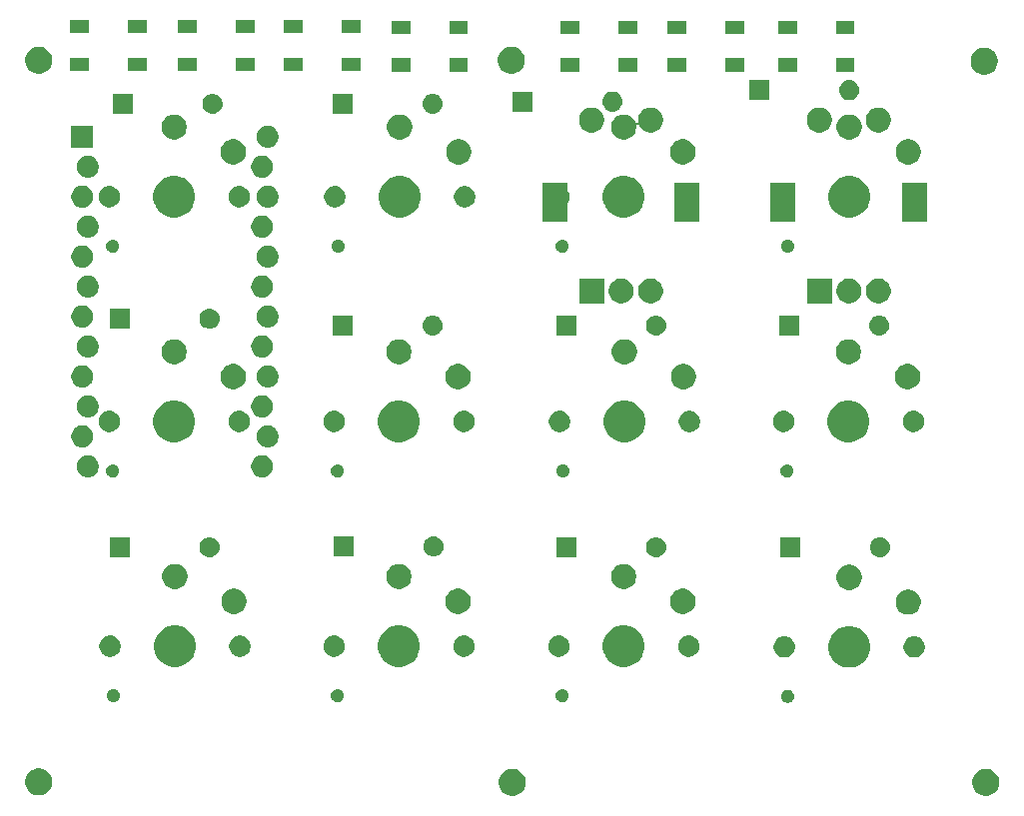
<source format=gbr>
G04 #@! TF.GenerationSoftware,KiCad,Pcbnew,(5.0.2)-1*
G04 #@! TF.CreationDate,2019-03-06T02:08:12-05:00*
G04 #@! TF.ProjectId,4x5macro,3478356d-6163-4726-9f2e-6b696361645f,rev?*
G04 #@! TF.SameCoordinates,Original*
G04 #@! TF.FileFunction,Soldermask,Top*
G04 #@! TF.FilePolarity,Negative*
%FSLAX46Y46*%
G04 Gerber Fmt 4.6, Leading zero omitted, Abs format (unit mm)*
G04 Created by KiCad (PCBNEW (5.0.2)-1) date 3/6/2019 2:08:12 AM*
%MOMM*%
%LPD*%
G01*
G04 APERTURE LIST*
%ADD10C,0.100000*%
G04 APERTURE END LIST*
D10*
G36*
X108666734Y-82459232D02*
X108876202Y-82545996D01*
X109064723Y-82671962D01*
X109225038Y-82832277D01*
X109351004Y-83020798D01*
X109437768Y-83230266D01*
X109482000Y-83452635D01*
X109482000Y-83679365D01*
X109437768Y-83901734D01*
X109351004Y-84111202D01*
X109225038Y-84299723D01*
X109064723Y-84460038D01*
X108876202Y-84586004D01*
X108666734Y-84672768D01*
X108444365Y-84717000D01*
X108217635Y-84717000D01*
X107995266Y-84672768D01*
X107785798Y-84586004D01*
X107597277Y-84460038D01*
X107436962Y-84299723D01*
X107310996Y-84111202D01*
X107224232Y-83901734D01*
X107180000Y-83679365D01*
X107180000Y-83452635D01*
X107224232Y-83230266D01*
X107310996Y-83020798D01*
X107436962Y-82832277D01*
X107597277Y-82671962D01*
X107785798Y-82545996D01*
X107995266Y-82459232D01*
X108217635Y-82415000D01*
X108444365Y-82415000D01*
X108666734Y-82459232D01*
X108666734Y-82459232D01*
G37*
G36*
X68534734Y-82459232D02*
X68744202Y-82545996D01*
X68932723Y-82671962D01*
X69093038Y-82832277D01*
X69219004Y-83020798D01*
X69305768Y-83230266D01*
X69350000Y-83452635D01*
X69350000Y-83679365D01*
X69305768Y-83901734D01*
X69219004Y-84111202D01*
X69093038Y-84299723D01*
X68932723Y-84460038D01*
X68744202Y-84586004D01*
X68534734Y-84672768D01*
X68312365Y-84717000D01*
X68085635Y-84717000D01*
X67863266Y-84672768D01*
X67653798Y-84586004D01*
X67465277Y-84460038D01*
X67304962Y-84299723D01*
X67178996Y-84111202D01*
X67092232Y-83901734D01*
X67048000Y-83679365D01*
X67048000Y-83452635D01*
X67092232Y-83230266D01*
X67178996Y-83020798D01*
X67304962Y-82832277D01*
X67465277Y-82671962D01*
X67653798Y-82545996D01*
X67863266Y-82459232D01*
X68085635Y-82415000D01*
X68312365Y-82415000D01*
X68534734Y-82459232D01*
X68534734Y-82459232D01*
G37*
G36*
X28402734Y-82395732D02*
X28612202Y-82482496D01*
X28800723Y-82608462D01*
X28961038Y-82768777D01*
X29087004Y-82957298D01*
X29173768Y-83166766D01*
X29218000Y-83389135D01*
X29218000Y-83615865D01*
X29173768Y-83838234D01*
X29087004Y-84047702D01*
X28961038Y-84236223D01*
X28800723Y-84396538D01*
X28612202Y-84522504D01*
X28402734Y-84609268D01*
X28180365Y-84653500D01*
X27953635Y-84653500D01*
X27731266Y-84609268D01*
X27521798Y-84522504D01*
X27333277Y-84396538D01*
X27172962Y-84236223D01*
X27046996Y-84047702D01*
X26960232Y-83838234D01*
X26916000Y-83615865D01*
X26916000Y-83389135D01*
X26960232Y-83166766D01*
X27046996Y-82957298D01*
X27172962Y-82768777D01*
X27333277Y-82608462D01*
X27521798Y-82482496D01*
X27731266Y-82395732D01*
X27953635Y-82351500D01*
X28180365Y-82351500D01*
X28402734Y-82395732D01*
X28402734Y-82395732D01*
G37*
G36*
X91713350Y-75747194D02*
X91812770Y-75788375D01*
X91902249Y-75848163D01*
X91978337Y-75924251D01*
X92038125Y-76013730D01*
X92079306Y-76113150D01*
X92100300Y-76218694D01*
X92100300Y-76326306D01*
X92079306Y-76431850D01*
X92038125Y-76531270D01*
X91978337Y-76620749D01*
X91902249Y-76696837D01*
X91812770Y-76756625D01*
X91713350Y-76797806D01*
X91607806Y-76818800D01*
X91500194Y-76818800D01*
X91394650Y-76797806D01*
X91295230Y-76756625D01*
X91205751Y-76696837D01*
X91129663Y-76620749D01*
X91069875Y-76531270D01*
X91028694Y-76431850D01*
X91007700Y-76326306D01*
X91007700Y-76218694D01*
X91028694Y-76113150D01*
X91069875Y-76013730D01*
X91129663Y-75924251D01*
X91205751Y-75848163D01*
X91295230Y-75788375D01*
X91394650Y-75747194D01*
X91500194Y-75726200D01*
X91607806Y-75726200D01*
X91713350Y-75747194D01*
X91713350Y-75747194D01*
G37*
G36*
X53549850Y-75683694D02*
X53649270Y-75724875D01*
X53738749Y-75784663D01*
X53814837Y-75860751D01*
X53874625Y-75950230D01*
X53915806Y-76049650D01*
X53936800Y-76155194D01*
X53936800Y-76262806D01*
X53915806Y-76368350D01*
X53874625Y-76467770D01*
X53814837Y-76557249D01*
X53738749Y-76633337D01*
X53649270Y-76693125D01*
X53549850Y-76734306D01*
X53444306Y-76755300D01*
X53336694Y-76755300D01*
X53231150Y-76734306D01*
X53131730Y-76693125D01*
X53042251Y-76633337D01*
X52966163Y-76557249D01*
X52906375Y-76467770D01*
X52865194Y-76368350D01*
X52844200Y-76262806D01*
X52844200Y-76155194D01*
X52865194Y-76049650D01*
X52906375Y-75950230D01*
X52966163Y-75860751D01*
X53042251Y-75784663D01*
X53131730Y-75724875D01*
X53231150Y-75683694D01*
X53336694Y-75662700D01*
X53444306Y-75662700D01*
X53549850Y-75683694D01*
X53549850Y-75683694D01*
G37*
G36*
X72599850Y-75683694D02*
X72699270Y-75724875D01*
X72788749Y-75784663D01*
X72864837Y-75860751D01*
X72924625Y-75950230D01*
X72965806Y-76049650D01*
X72986800Y-76155194D01*
X72986800Y-76262806D01*
X72965806Y-76368350D01*
X72924625Y-76467770D01*
X72864837Y-76557249D01*
X72788749Y-76633337D01*
X72699270Y-76693125D01*
X72599850Y-76734306D01*
X72494306Y-76755300D01*
X72386694Y-76755300D01*
X72281150Y-76734306D01*
X72181730Y-76693125D01*
X72092251Y-76633337D01*
X72016163Y-76557249D01*
X71956375Y-76467770D01*
X71915194Y-76368350D01*
X71894200Y-76262806D01*
X71894200Y-76155194D01*
X71915194Y-76049650D01*
X71956375Y-75950230D01*
X72016163Y-75860751D01*
X72092251Y-75784663D01*
X72181730Y-75724875D01*
X72281150Y-75683694D01*
X72386694Y-75662700D01*
X72494306Y-75662700D01*
X72599850Y-75683694D01*
X72599850Y-75683694D01*
G37*
G36*
X34563350Y-75683694D02*
X34662770Y-75724875D01*
X34752249Y-75784663D01*
X34828337Y-75860751D01*
X34888125Y-75950230D01*
X34929306Y-76049650D01*
X34950300Y-76155194D01*
X34950300Y-76262806D01*
X34929306Y-76368350D01*
X34888125Y-76467770D01*
X34828337Y-76557249D01*
X34752249Y-76633337D01*
X34662770Y-76693125D01*
X34563350Y-76734306D01*
X34457806Y-76755300D01*
X34350194Y-76755300D01*
X34244650Y-76734306D01*
X34145230Y-76693125D01*
X34055751Y-76633337D01*
X33979663Y-76557249D01*
X33919875Y-76467770D01*
X33878694Y-76368350D01*
X33857700Y-76262806D01*
X33857700Y-76155194D01*
X33878694Y-76049650D01*
X33919875Y-75950230D01*
X33979663Y-75860751D01*
X34055751Y-75784663D01*
X34145230Y-75724875D01*
X34244650Y-75683694D01*
X34350194Y-75662700D01*
X34457806Y-75662700D01*
X34563350Y-75683694D01*
X34563350Y-75683694D01*
G37*
G36*
X97288976Y-70374847D02*
X97610276Y-70507934D01*
X97610278Y-70507935D01*
X97895594Y-70698577D01*
X97899443Y-70701149D01*
X98145351Y-70947057D01*
X98145353Y-70947060D01*
X98296136Y-71172722D01*
X98338566Y-71236224D01*
X98471653Y-71557524D01*
X98539500Y-71898612D01*
X98539500Y-72246388D01*
X98471653Y-72587476D01*
X98364868Y-72845278D01*
X98338565Y-72908778D01*
X98187782Y-73134440D01*
X98145351Y-73197943D01*
X97899443Y-73443851D01*
X97899440Y-73443853D01*
X97610278Y-73637065D01*
X97610277Y-73637066D01*
X97610276Y-73637066D01*
X97288976Y-73770153D01*
X96947888Y-73838000D01*
X96600112Y-73838000D01*
X96259024Y-73770153D01*
X95937724Y-73637066D01*
X95937723Y-73637066D01*
X95937722Y-73637065D01*
X95648560Y-73443853D01*
X95648557Y-73443851D01*
X95402649Y-73197943D01*
X95360218Y-73134440D01*
X95209435Y-72908778D01*
X95183132Y-72845278D01*
X95076347Y-72587476D01*
X95008500Y-72246388D01*
X95008500Y-71898612D01*
X95076347Y-71557524D01*
X95209434Y-71236224D01*
X95251865Y-71172722D01*
X95402647Y-70947060D01*
X95402649Y-70947057D01*
X95648557Y-70701149D01*
X95652406Y-70698577D01*
X95937722Y-70507935D01*
X95937724Y-70507934D01*
X96259024Y-70374847D01*
X96600112Y-70307000D01*
X96947888Y-70307000D01*
X97288976Y-70374847D01*
X97288976Y-70374847D01*
G37*
G36*
X78175476Y-70311347D02*
X78496776Y-70444434D01*
X78496778Y-70444435D01*
X78591811Y-70507934D01*
X78785943Y-70637649D01*
X79031851Y-70883557D01*
X79031853Y-70883560D01*
X79181218Y-71107100D01*
X79225066Y-71172724D01*
X79358153Y-71494024D01*
X79426000Y-71835112D01*
X79426000Y-72182888D01*
X79358153Y-72523976D01*
X79254983Y-72773050D01*
X79225065Y-72845278D01*
X79161947Y-72939741D01*
X79031851Y-73134443D01*
X78785943Y-73380351D01*
X78785940Y-73380353D01*
X78496778Y-73573565D01*
X78496777Y-73573566D01*
X78496776Y-73573566D01*
X78175476Y-73706653D01*
X77834388Y-73774500D01*
X77486612Y-73774500D01*
X77145524Y-73706653D01*
X76824224Y-73573566D01*
X76824223Y-73573566D01*
X76824222Y-73573565D01*
X76535060Y-73380353D01*
X76535057Y-73380351D01*
X76289149Y-73134443D01*
X76159053Y-72939741D01*
X76095935Y-72845278D01*
X76066017Y-72773050D01*
X75962847Y-72523976D01*
X75895000Y-72182888D01*
X75895000Y-71835112D01*
X75962847Y-71494024D01*
X76095934Y-71172724D01*
X76139783Y-71107100D01*
X76289147Y-70883560D01*
X76289149Y-70883557D01*
X76535057Y-70637649D01*
X76729189Y-70507934D01*
X76824222Y-70444435D01*
X76824224Y-70444434D01*
X77145524Y-70311347D01*
X77486612Y-70243500D01*
X77834388Y-70243500D01*
X78175476Y-70311347D01*
X78175476Y-70311347D01*
G37*
G36*
X40138976Y-70311347D02*
X40460276Y-70444434D01*
X40460278Y-70444435D01*
X40555311Y-70507934D01*
X40749443Y-70637649D01*
X40995351Y-70883557D01*
X40995353Y-70883560D01*
X41144718Y-71107100D01*
X41188566Y-71172724D01*
X41321653Y-71494024D01*
X41389500Y-71835112D01*
X41389500Y-72182888D01*
X41321653Y-72523976D01*
X41218483Y-72773050D01*
X41188565Y-72845278D01*
X41125447Y-72939741D01*
X40995351Y-73134443D01*
X40749443Y-73380351D01*
X40749440Y-73380353D01*
X40460278Y-73573565D01*
X40460277Y-73573566D01*
X40460276Y-73573566D01*
X40138976Y-73706653D01*
X39797888Y-73774500D01*
X39450112Y-73774500D01*
X39109024Y-73706653D01*
X38787724Y-73573566D01*
X38787723Y-73573566D01*
X38787722Y-73573565D01*
X38498560Y-73380353D01*
X38498557Y-73380351D01*
X38252649Y-73134443D01*
X38122553Y-72939741D01*
X38059435Y-72845278D01*
X38029517Y-72773050D01*
X37926347Y-72523976D01*
X37858500Y-72182888D01*
X37858500Y-71835112D01*
X37926347Y-71494024D01*
X38059434Y-71172724D01*
X38103283Y-71107100D01*
X38252647Y-70883560D01*
X38252649Y-70883557D01*
X38498557Y-70637649D01*
X38692689Y-70507934D01*
X38787722Y-70444435D01*
X38787724Y-70444434D01*
X39109024Y-70311347D01*
X39450112Y-70243500D01*
X39797888Y-70243500D01*
X40138976Y-70311347D01*
X40138976Y-70311347D01*
G37*
G36*
X59125476Y-70311347D02*
X59446776Y-70444434D01*
X59446778Y-70444435D01*
X59541811Y-70507934D01*
X59735943Y-70637649D01*
X59981851Y-70883557D01*
X59981853Y-70883560D01*
X60131218Y-71107100D01*
X60175066Y-71172724D01*
X60308153Y-71494024D01*
X60376000Y-71835112D01*
X60376000Y-72182888D01*
X60308153Y-72523976D01*
X60204983Y-72773050D01*
X60175065Y-72845278D01*
X60111947Y-72939741D01*
X59981851Y-73134443D01*
X59735943Y-73380351D01*
X59735940Y-73380353D01*
X59446778Y-73573565D01*
X59446777Y-73573566D01*
X59446776Y-73573566D01*
X59125476Y-73706653D01*
X58784388Y-73774500D01*
X58436612Y-73774500D01*
X58095524Y-73706653D01*
X57774224Y-73573566D01*
X57774223Y-73573566D01*
X57774222Y-73573565D01*
X57485060Y-73380353D01*
X57485057Y-73380351D01*
X57239149Y-73134443D01*
X57109053Y-72939741D01*
X57045935Y-72845278D01*
X57016017Y-72773050D01*
X56912847Y-72523976D01*
X56845000Y-72182888D01*
X56845000Y-71835112D01*
X56912847Y-71494024D01*
X57045934Y-71172724D01*
X57089783Y-71107100D01*
X57239147Y-70883560D01*
X57239149Y-70883557D01*
X57485057Y-70637649D01*
X57679189Y-70507934D01*
X57774222Y-70444435D01*
X57774224Y-70444434D01*
X58095524Y-70311347D01*
X58436612Y-70243500D01*
X58784388Y-70243500D01*
X59125476Y-70311347D01*
X59125476Y-70311347D01*
G37*
G36*
X102478993Y-71193706D02*
X102537075Y-71205259D01*
X102585149Y-71225172D01*
X102701210Y-71273246D01*
X102848931Y-71371950D01*
X102974550Y-71497569D01*
X103073254Y-71645290D01*
X103121328Y-71761351D01*
X103141241Y-71809425D01*
X103152794Y-71867507D01*
X103175900Y-71983669D01*
X103175900Y-72161331D01*
X103141241Y-72335574D01*
X103073254Y-72499710D01*
X102974550Y-72647431D01*
X102848931Y-72773050D01*
X102701210Y-72871754D01*
X102585149Y-72919828D01*
X102537075Y-72939741D01*
X102478993Y-72951294D01*
X102362831Y-72974400D01*
X102185169Y-72974400D01*
X102069007Y-72951294D01*
X102010925Y-72939741D01*
X101962851Y-72919828D01*
X101846790Y-72871754D01*
X101699069Y-72773050D01*
X101573450Y-72647431D01*
X101474746Y-72499710D01*
X101406759Y-72335574D01*
X101372100Y-72161331D01*
X101372100Y-71983669D01*
X101395206Y-71867507D01*
X101406759Y-71809425D01*
X101426672Y-71761351D01*
X101474746Y-71645290D01*
X101573450Y-71497569D01*
X101699069Y-71371950D01*
X101846790Y-71273246D01*
X101962851Y-71225172D01*
X102010925Y-71205259D01*
X102069007Y-71193706D01*
X102185169Y-71170600D01*
X102362831Y-71170600D01*
X102478993Y-71193706D01*
X102478993Y-71193706D01*
G37*
G36*
X91478993Y-71193706D02*
X91537075Y-71205259D01*
X91585149Y-71225172D01*
X91701210Y-71273246D01*
X91848931Y-71371950D01*
X91974550Y-71497569D01*
X92073254Y-71645290D01*
X92121328Y-71761351D01*
X92141241Y-71809425D01*
X92152794Y-71867507D01*
X92175900Y-71983669D01*
X92175900Y-72161331D01*
X92141241Y-72335574D01*
X92073254Y-72499710D01*
X91974550Y-72647431D01*
X91848931Y-72773050D01*
X91701210Y-72871754D01*
X91585149Y-72919828D01*
X91537075Y-72939741D01*
X91478993Y-72951294D01*
X91362831Y-72974400D01*
X91185169Y-72974400D01*
X91069007Y-72951294D01*
X91010925Y-72939741D01*
X90962851Y-72919828D01*
X90846790Y-72871754D01*
X90699069Y-72773050D01*
X90573450Y-72647431D01*
X90474746Y-72499710D01*
X90406759Y-72335574D01*
X90372100Y-72161331D01*
X90372100Y-71983669D01*
X90395206Y-71867507D01*
X90406759Y-71809425D01*
X90426672Y-71761351D01*
X90474746Y-71645290D01*
X90573450Y-71497569D01*
X90699069Y-71371950D01*
X90846790Y-71273246D01*
X90962851Y-71225172D01*
X91010925Y-71205259D01*
X91069007Y-71193706D01*
X91185169Y-71170600D01*
X91362831Y-71170600D01*
X91478993Y-71193706D01*
X91478993Y-71193706D01*
G37*
G36*
X45328993Y-71130206D02*
X45387075Y-71141759D01*
X45435149Y-71161672D01*
X45551210Y-71209746D01*
X45698931Y-71308450D01*
X45824550Y-71434069D01*
X45923254Y-71581790D01*
X45949556Y-71645290D01*
X45991241Y-71745925D01*
X46025900Y-71920171D01*
X46025900Y-72097829D01*
X45996351Y-72246387D01*
X45991241Y-72272074D01*
X45923254Y-72436210D01*
X45824550Y-72583931D01*
X45698931Y-72709550D01*
X45551210Y-72808254D01*
X45435149Y-72856328D01*
X45387075Y-72876241D01*
X45328993Y-72887794D01*
X45212831Y-72910900D01*
X45035169Y-72910900D01*
X44919007Y-72887794D01*
X44860925Y-72876241D01*
X44812851Y-72856328D01*
X44696790Y-72808254D01*
X44549069Y-72709550D01*
X44423450Y-72583931D01*
X44324746Y-72436210D01*
X44256759Y-72272074D01*
X44251650Y-72246387D01*
X44222100Y-72097829D01*
X44222100Y-71920171D01*
X44256759Y-71745925D01*
X44298444Y-71645290D01*
X44324746Y-71581790D01*
X44423450Y-71434069D01*
X44549069Y-71308450D01*
X44696790Y-71209746D01*
X44812851Y-71161672D01*
X44860925Y-71141759D01*
X44919007Y-71130206D01*
X45035169Y-71107100D01*
X45212831Y-71107100D01*
X45328993Y-71130206D01*
X45328993Y-71130206D01*
G37*
G36*
X53315493Y-71130206D02*
X53373575Y-71141759D01*
X53421649Y-71161672D01*
X53537710Y-71209746D01*
X53685431Y-71308450D01*
X53811050Y-71434069D01*
X53909754Y-71581790D01*
X53936056Y-71645290D01*
X53977741Y-71745925D01*
X54012400Y-71920171D01*
X54012400Y-72097829D01*
X53982851Y-72246387D01*
X53977741Y-72272074D01*
X53909754Y-72436210D01*
X53811050Y-72583931D01*
X53685431Y-72709550D01*
X53537710Y-72808254D01*
X53421649Y-72856328D01*
X53373575Y-72876241D01*
X53315493Y-72887794D01*
X53199331Y-72910900D01*
X53021669Y-72910900D01*
X52905507Y-72887794D01*
X52847425Y-72876241D01*
X52799351Y-72856328D01*
X52683290Y-72808254D01*
X52535569Y-72709550D01*
X52409950Y-72583931D01*
X52311246Y-72436210D01*
X52243259Y-72272074D01*
X52238150Y-72246387D01*
X52208600Y-72097829D01*
X52208600Y-71920171D01*
X52243259Y-71745925D01*
X52284944Y-71645290D01*
X52311246Y-71581790D01*
X52409950Y-71434069D01*
X52535569Y-71308450D01*
X52683290Y-71209746D01*
X52799351Y-71161672D01*
X52847425Y-71141759D01*
X52905507Y-71130206D01*
X53021669Y-71107100D01*
X53199331Y-71107100D01*
X53315493Y-71130206D01*
X53315493Y-71130206D01*
G37*
G36*
X72365493Y-71130206D02*
X72423575Y-71141759D01*
X72471649Y-71161672D01*
X72587710Y-71209746D01*
X72735431Y-71308450D01*
X72861050Y-71434069D01*
X72959754Y-71581790D01*
X72986056Y-71645290D01*
X73027741Y-71745925D01*
X73062400Y-71920171D01*
X73062400Y-72097829D01*
X73032851Y-72246387D01*
X73027741Y-72272074D01*
X72959754Y-72436210D01*
X72861050Y-72583931D01*
X72735431Y-72709550D01*
X72587710Y-72808254D01*
X72471649Y-72856328D01*
X72423575Y-72876241D01*
X72365493Y-72887794D01*
X72249331Y-72910900D01*
X72071669Y-72910900D01*
X71955507Y-72887794D01*
X71897425Y-72876241D01*
X71849351Y-72856328D01*
X71733290Y-72808254D01*
X71585569Y-72709550D01*
X71459950Y-72583931D01*
X71361246Y-72436210D01*
X71293259Y-72272074D01*
X71288150Y-72246387D01*
X71258600Y-72097829D01*
X71258600Y-71920171D01*
X71293259Y-71745925D01*
X71334944Y-71645290D01*
X71361246Y-71581790D01*
X71459950Y-71434069D01*
X71585569Y-71308450D01*
X71733290Y-71209746D01*
X71849351Y-71161672D01*
X71897425Y-71141759D01*
X71955507Y-71130206D01*
X72071669Y-71107100D01*
X72249331Y-71107100D01*
X72365493Y-71130206D01*
X72365493Y-71130206D01*
G37*
G36*
X34328993Y-71130206D02*
X34387075Y-71141759D01*
X34435149Y-71161672D01*
X34551210Y-71209746D01*
X34698931Y-71308450D01*
X34824550Y-71434069D01*
X34923254Y-71581790D01*
X34949556Y-71645290D01*
X34991241Y-71745925D01*
X35025900Y-71920171D01*
X35025900Y-72097829D01*
X34996351Y-72246387D01*
X34991241Y-72272074D01*
X34923254Y-72436210D01*
X34824550Y-72583931D01*
X34698931Y-72709550D01*
X34551210Y-72808254D01*
X34435149Y-72856328D01*
X34387075Y-72876241D01*
X34328993Y-72887794D01*
X34212831Y-72910900D01*
X34035169Y-72910900D01*
X33919007Y-72887794D01*
X33860925Y-72876241D01*
X33812851Y-72856328D01*
X33696790Y-72808254D01*
X33549069Y-72709550D01*
X33423450Y-72583931D01*
X33324746Y-72436210D01*
X33256759Y-72272074D01*
X33251650Y-72246387D01*
X33222100Y-72097829D01*
X33222100Y-71920171D01*
X33256759Y-71745925D01*
X33298444Y-71645290D01*
X33324746Y-71581790D01*
X33423450Y-71434069D01*
X33549069Y-71308450D01*
X33696790Y-71209746D01*
X33812851Y-71161672D01*
X33860925Y-71141759D01*
X33919007Y-71130206D01*
X34035169Y-71107100D01*
X34212831Y-71107100D01*
X34328993Y-71130206D01*
X34328993Y-71130206D01*
G37*
G36*
X64315493Y-71130206D02*
X64373575Y-71141759D01*
X64421649Y-71161672D01*
X64537710Y-71209746D01*
X64685431Y-71308450D01*
X64811050Y-71434069D01*
X64909754Y-71581790D01*
X64936056Y-71645290D01*
X64977741Y-71745925D01*
X65012400Y-71920171D01*
X65012400Y-72097829D01*
X64982851Y-72246387D01*
X64977741Y-72272074D01*
X64909754Y-72436210D01*
X64811050Y-72583931D01*
X64685431Y-72709550D01*
X64537710Y-72808254D01*
X64421649Y-72856328D01*
X64373575Y-72876241D01*
X64315493Y-72887794D01*
X64199331Y-72910900D01*
X64021669Y-72910900D01*
X63905507Y-72887794D01*
X63847425Y-72876241D01*
X63799351Y-72856328D01*
X63683290Y-72808254D01*
X63535569Y-72709550D01*
X63409950Y-72583931D01*
X63311246Y-72436210D01*
X63243259Y-72272074D01*
X63238150Y-72246387D01*
X63208600Y-72097829D01*
X63208600Y-71920171D01*
X63243259Y-71745925D01*
X63284944Y-71645290D01*
X63311246Y-71581790D01*
X63409950Y-71434069D01*
X63535569Y-71308450D01*
X63683290Y-71209746D01*
X63799351Y-71161672D01*
X63847425Y-71141759D01*
X63905507Y-71130206D01*
X64021669Y-71107100D01*
X64199331Y-71107100D01*
X64315493Y-71130206D01*
X64315493Y-71130206D01*
G37*
G36*
X83365493Y-71130206D02*
X83423575Y-71141759D01*
X83471649Y-71161672D01*
X83587710Y-71209746D01*
X83735431Y-71308450D01*
X83861050Y-71434069D01*
X83959754Y-71581790D01*
X83986056Y-71645290D01*
X84027741Y-71745925D01*
X84062400Y-71920171D01*
X84062400Y-72097829D01*
X84032851Y-72246387D01*
X84027741Y-72272074D01*
X83959754Y-72436210D01*
X83861050Y-72583931D01*
X83735431Y-72709550D01*
X83587710Y-72808254D01*
X83471649Y-72856328D01*
X83423575Y-72876241D01*
X83365493Y-72887794D01*
X83249331Y-72910900D01*
X83071669Y-72910900D01*
X82955507Y-72887794D01*
X82897425Y-72876241D01*
X82849351Y-72856328D01*
X82733290Y-72808254D01*
X82585569Y-72709550D01*
X82459950Y-72583931D01*
X82361246Y-72436210D01*
X82293259Y-72272074D01*
X82288150Y-72246387D01*
X82258600Y-72097829D01*
X82258600Y-71920171D01*
X82293259Y-71745925D01*
X82334944Y-71645290D01*
X82361246Y-71581790D01*
X82459950Y-71434069D01*
X82585569Y-71308450D01*
X82733290Y-71209746D01*
X82849351Y-71161672D01*
X82897425Y-71141759D01*
X82955507Y-71130206D01*
X83071669Y-71107100D01*
X83249331Y-71107100D01*
X83365493Y-71130206D01*
X83365493Y-71130206D01*
G37*
G36*
X102085231Y-67246503D02*
X102279415Y-67326937D01*
X102454176Y-67443709D01*
X102602791Y-67592324D01*
X102719563Y-67767085D01*
X102799997Y-67961269D01*
X102841000Y-68167408D01*
X102841000Y-68377592D01*
X102799997Y-68583731D01*
X102719563Y-68777915D01*
X102602791Y-68952676D01*
X102454176Y-69101291D01*
X102279415Y-69218063D01*
X102085231Y-69298497D01*
X101879092Y-69339500D01*
X101668908Y-69339500D01*
X101462769Y-69298497D01*
X101268585Y-69218063D01*
X101093824Y-69101291D01*
X100945209Y-68952676D01*
X100828437Y-68777915D01*
X100748003Y-68583731D01*
X100707000Y-68377592D01*
X100707000Y-68167408D01*
X100748003Y-67961269D01*
X100828437Y-67767085D01*
X100945209Y-67592324D01*
X101093824Y-67443709D01*
X101268585Y-67326937D01*
X101462769Y-67246503D01*
X101668908Y-67205500D01*
X101879092Y-67205500D01*
X102085231Y-67246503D01*
X102085231Y-67246503D01*
G37*
G36*
X82971731Y-67183003D02*
X83165915Y-67263437D01*
X83340676Y-67380209D01*
X83489291Y-67528824D01*
X83606063Y-67703585D01*
X83686497Y-67897769D01*
X83727500Y-68103908D01*
X83727500Y-68314092D01*
X83686497Y-68520231D01*
X83606063Y-68714415D01*
X83489291Y-68889176D01*
X83340676Y-69037791D01*
X83165915Y-69154563D01*
X82971731Y-69234997D01*
X82765592Y-69276000D01*
X82555408Y-69276000D01*
X82349269Y-69234997D01*
X82155085Y-69154563D01*
X81980324Y-69037791D01*
X81831709Y-68889176D01*
X81714937Y-68714415D01*
X81634503Y-68520231D01*
X81593500Y-68314092D01*
X81593500Y-68103908D01*
X81634503Y-67897769D01*
X81714937Y-67703585D01*
X81831709Y-67528824D01*
X81980324Y-67380209D01*
X82155085Y-67263437D01*
X82349269Y-67183003D01*
X82555408Y-67142000D01*
X82765592Y-67142000D01*
X82971731Y-67183003D01*
X82971731Y-67183003D01*
G37*
G36*
X63921731Y-67183003D02*
X64115915Y-67263437D01*
X64290676Y-67380209D01*
X64439291Y-67528824D01*
X64556063Y-67703585D01*
X64636497Y-67897769D01*
X64677500Y-68103908D01*
X64677500Y-68314092D01*
X64636497Y-68520231D01*
X64556063Y-68714415D01*
X64439291Y-68889176D01*
X64290676Y-69037791D01*
X64115915Y-69154563D01*
X63921731Y-69234997D01*
X63715592Y-69276000D01*
X63505408Y-69276000D01*
X63299269Y-69234997D01*
X63105085Y-69154563D01*
X62930324Y-69037791D01*
X62781709Y-68889176D01*
X62664937Y-68714415D01*
X62584503Y-68520231D01*
X62543500Y-68314092D01*
X62543500Y-68103908D01*
X62584503Y-67897769D01*
X62664937Y-67703585D01*
X62781709Y-67528824D01*
X62930324Y-67380209D01*
X63105085Y-67263437D01*
X63299269Y-67183003D01*
X63505408Y-67142000D01*
X63715592Y-67142000D01*
X63921731Y-67183003D01*
X63921731Y-67183003D01*
G37*
G36*
X44935231Y-67183003D02*
X45129415Y-67263437D01*
X45304176Y-67380209D01*
X45452791Y-67528824D01*
X45569563Y-67703585D01*
X45649997Y-67897769D01*
X45691000Y-68103908D01*
X45691000Y-68314092D01*
X45649997Y-68520231D01*
X45569563Y-68714415D01*
X45452791Y-68889176D01*
X45304176Y-69037791D01*
X45129415Y-69154563D01*
X44935231Y-69234997D01*
X44729092Y-69276000D01*
X44518908Y-69276000D01*
X44312769Y-69234997D01*
X44118585Y-69154563D01*
X43943824Y-69037791D01*
X43795209Y-68889176D01*
X43678437Y-68714415D01*
X43598003Y-68520231D01*
X43557000Y-68314092D01*
X43557000Y-68103908D01*
X43598003Y-67897769D01*
X43678437Y-67703585D01*
X43795209Y-67528824D01*
X43943824Y-67380209D01*
X44118585Y-67263437D01*
X44312769Y-67183003D01*
X44518908Y-67142000D01*
X44729092Y-67142000D01*
X44935231Y-67183003D01*
X44935231Y-67183003D01*
G37*
G36*
X97085231Y-65146503D02*
X97279415Y-65226937D01*
X97454176Y-65343709D01*
X97602791Y-65492324D01*
X97719563Y-65667085D01*
X97799997Y-65861269D01*
X97841000Y-66067408D01*
X97841000Y-66277592D01*
X97799997Y-66483731D01*
X97719563Y-66677915D01*
X97602791Y-66852676D01*
X97454176Y-67001291D01*
X97279415Y-67118063D01*
X97085231Y-67198497D01*
X96879092Y-67239500D01*
X96668908Y-67239500D01*
X96462769Y-67198497D01*
X96268585Y-67118063D01*
X96093824Y-67001291D01*
X95945209Y-66852676D01*
X95828437Y-66677915D01*
X95748003Y-66483731D01*
X95707000Y-66277592D01*
X95707000Y-66067408D01*
X95748003Y-65861269D01*
X95828437Y-65667085D01*
X95945209Y-65492324D01*
X96093824Y-65343709D01*
X96268585Y-65226937D01*
X96462769Y-65146503D01*
X96668908Y-65105500D01*
X96879092Y-65105500D01*
X97085231Y-65146503D01*
X97085231Y-65146503D01*
G37*
G36*
X39935231Y-65083003D02*
X40129415Y-65163437D01*
X40304176Y-65280209D01*
X40452791Y-65428824D01*
X40569563Y-65603585D01*
X40649997Y-65797769D01*
X40691000Y-66003908D01*
X40691000Y-66214092D01*
X40649997Y-66420231D01*
X40569563Y-66614415D01*
X40452791Y-66789176D01*
X40304176Y-66937791D01*
X40129415Y-67054563D01*
X39935231Y-67134997D01*
X39729092Y-67176000D01*
X39518908Y-67176000D01*
X39312769Y-67134997D01*
X39118585Y-67054563D01*
X38943824Y-66937791D01*
X38795209Y-66789176D01*
X38678437Y-66614415D01*
X38598003Y-66420231D01*
X38557000Y-66214092D01*
X38557000Y-66003908D01*
X38598003Y-65797769D01*
X38678437Y-65603585D01*
X38795209Y-65428824D01*
X38943824Y-65280209D01*
X39118585Y-65163437D01*
X39312769Y-65083003D01*
X39518908Y-65042000D01*
X39729092Y-65042000D01*
X39935231Y-65083003D01*
X39935231Y-65083003D01*
G37*
G36*
X58921731Y-65083003D02*
X59115915Y-65163437D01*
X59290676Y-65280209D01*
X59439291Y-65428824D01*
X59556063Y-65603585D01*
X59636497Y-65797769D01*
X59677500Y-66003908D01*
X59677500Y-66214092D01*
X59636497Y-66420231D01*
X59556063Y-66614415D01*
X59439291Y-66789176D01*
X59290676Y-66937791D01*
X59115915Y-67054563D01*
X58921731Y-67134997D01*
X58715592Y-67176000D01*
X58505408Y-67176000D01*
X58299269Y-67134997D01*
X58105085Y-67054563D01*
X57930324Y-66937791D01*
X57781709Y-66789176D01*
X57664937Y-66614415D01*
X57584503Y-66420231D01*
X57543500Y-66214092D01*
X57543500Y-66003908D01*
X57584503Y-65797769D01*
X57664937Y-65603585D01*
X57781709Y-65428824D01*
X57930324Y-65280209D01*
X58105085Y-65163437D01*
X58299269Y-65083003D01*
X58505408Y-65042000D01*
X58715592Y-65042000D01*
X58921731Y-65083003D01*
X58921731Y-65083003D01*
G37*
G36*
X77971731Y-65083003D02*
X78165915Y-65163437D01*
X78340676Y-65280209D01*
X78489291Y-65428824D01*
X78606063Y-65603585D01*
X78686497Y-65797769D01*
X78727500Y-66003908D01*
X78727500Y-66214092D01*
X78686497Y-66420231D01*
X78606063Y-66614415D01*
X78489291Y-66789176D01*
X78340676Y-66937791D01*
X78165915Y-67054563D01*
X77971731Y-67134997D01*
X77765592Y-67176000D01*
X77555408Y-67176000D01*
X77349269Y-67134997D01*
X77155085Y-67054563D01*
X76980324Y-66937791D01*
X76831709Y-66789176D01*
X76714937Y-66614415D01*
X76634503Y-66420231D01*
X76593500Y-66214092D01*
X76593500Y-66003908D01*
X76634503Y-65797769D01*
X76714937Y-65603585D01*
X76831709Y-65428824D01*
X76980324Y-65280209D01*
X77155085Y-65163437D01*
X77349269Y-65083003D01*
X77555408Y-65042000D01*
X77765592Y-65042000D01*
X77971731Y-65083003D01*
X77971731Y-65083003D01*
G37*
G36*
X35776000Y-64478000D02*
X34074000Y-64478000D01*
X34074000Y-62776000D01*
X35776000Y-62776000D01*
X35776000Y-64478000D01*
X35776000Y-64478000D01*
G37*
G36*
X42711821Y-62788313D02*
X42711824Y-62788314D01*
X42711825Y-62788314D01*
X42872239Y-62836975D01*
X42872241Y-62836976D01*
X42872244Y-62836977D01*
X43020078Y-62915995D01*
X43149659Y-63022341D01*
X43256005Y-63151922D01*
X43335023Y-63299756D01*
X43335024Y-63299759D01*
X43335025Y-63299761D01*
X43383686Y-63460175D01*
X43383687Y-63460179D01*
X43400117Y-63627000D01*
X43383687Y-63793821D01*
X43335023Y-63954244D01*
X43256005Y-64102078D01*
X43149659Y-64231659D01*
X43020078Y-64338005D01*
X42872244Y-64417023D01*
X42872241Y-64417024D01*
X42872239Y-64417025D01*
X42711825Y-64465686D01*
X42711824Y-64465686D01*
X42711821Y-64465687D01*
X42586804Y-64478000D01*
X42503196Y-64478000D01*
X42378179Y-64465687D01*
X42378176Y-64465686D01*
X42378175Y-64465686D01*
X42217761Y-64417025D01*
X42217759Y-64417024D01*
X42217756Y-64417023D01*
X42069922Y-64338005D01*
X41940341Y-64231659D01*
X41833995Y-64102078D01*
X41754977Y-63954244D01*
X41706313Y-63793821D01*
X41689883Y-63627000D01*
X41706313Y-63460179D01*
X41706314Y-63460175D01*
X41754975Y-63299761D01*
X41754976Y-63299759D01*
X41754977Y-63299756D01*
X41833995Y-63151922D01*
X41940341Y-63022341D01*
X42069922Y-62915995D01*
X42217756Y-62836977D01*
X42217759Y-62836976D01*
X42217761Y-62836975D01*
X42378175Y-62788314D01*
X42378176Y-62788314D01*
X42378179Y-62788313D01*
X42503196Y-62776000D01*
X42586804Y-62776000D01*
X42711821Y-62788313D01*
X42711821Y-62788313D01*
G37*
G36*
X73622000Y-64478000D02*
X71920000Y-64478000D01*
X71920000Y-62776000D01*
X73622000Y-62776000D01*
X73622000Y-64478000D01*
X73622000Y-64478000D01*
G37*
G36*
X80557821Y-62788313D02*
X80557824Y-62788314D01*
X80557825Y-62788314D01*
X80718239Y-62836975D01*
X80718241Y-62836976D01*
X80718244Y-62836977D01*
X80866078Y-62915995D01*
X80995659Y-63022341D01*
X81102005Y-63151922D01*
X81181023Y-63299756D01*
X81181024Y-63299759D01*
X81181025Y-63299761D01*
X81229686Y-63460175D01*
X81229687Y-63460179D01*
X81246117Y-63627000D01*
X81229687Y-63793821D01*
X81181023Y-63954244D01*
X81102005Y-64102078D01*
X80995659Y-64231659D01*
X80866078Y-64338005D01*
X80718244Y-64417023D01*
X80718241Y-64417024D01*
X80718239Y-64417025D01*
X80557825Y-64465686D01*
X80557824Y-64465686D01*
X80557821Y-64465687D01*
X80432804Y-64478000D01*
X80349196Y-64478000D01*
X80224179Y-64465687D01*
X80224176Y-64465686D01*
X80224175Y-64465686D01*
X80063761Y-64417025D01*
X80063759Y-64417024D01*
X80063756Y-64417023D01*
X79915922Y-64338005D01*
X79786341Y-64231659D01*
X79679995Y-64102078D01*
X79600977Y-63954244D01*
X79552313Y-63793821D01*
X79535883Y-63627000D01*
X79552313Y-63460179D01*
X79552314Y-63460175D01*
X79600975Y-63299761D01*
X79600976Y-63299759D01*
X79600977Y-63299756D01*
X79679995Y-63151922D01*
X79786341Y-63022341D01*
X79915922Y-62915995D01*
X80063756Y-62836977D01*
X80063759Y-62836976D01*
X80063761Y-62836975D01*
X80224175Y-62788314D01*
X80224176Y-62788314D01*
X80224179Y-62788313D01*
X80349196Y-62776000D01*
X80432804Y-62776000D01*
X80557821Y-62788313D01*
X80557821Y-62788313D01*
G37*
G36*
X92608500Y-64478000D02*
X90906500Y-64478000D01*
X90906500Y-62776000D01*
X92608500Y-62776000D01*
X92608500Y-64478000D01*
X92608500Y-64478000D01*
G37*
G36*
X99544321Y-62788313D02*
X99544324Y-62788314D01*
X99544325Y-62788314D01*
X99704739Y-62836975D01*
X99704741Y-62836976D01*
X99704744Y-62836977D01*
X99852578Y-62915995D01*
X99982159Y-63022341D01*
X100088505Y-63151922D01*
X100167523Y-63299756D01*
X100167524Y-63299759D01*
X100167525Y-63299761D01*
X100216186Y-63460175D01*
X100216187Y-63460179D01*
X100232617Y-63627000D01*
X100216187Y-63793821D01*
X100167523Y-63954244D01*
X100088505Y-64102078D01*
X99982159Y-64231659D01*
X99852578Y-64338005D01*
X99704744Y-64417023D01*
X99704741Y-64417024D01*
X99704739Y-64417025D01*
X99544325Y-64465686D01*
X99544324Y-64465686D01*
X99544321Y-64465687D01*
X99419304Y-64478000D01*
X99335696Y-64478000D01*
X99210679Y-64465687D01*
X99210676Y-64465686D01*
X99210675Y-64465686D01*
X99050261Y-64417025D01*
X99050259Y-64417024D01*
X99050256Y-64417023D01*
X98902422Y-64338005D01*
X98772841Y-64231659D01*
X98666495Y-64102078D01*
X98587477Y-63954244D01*
X98538813Y-63793821D01*
X98522383Y-63627000D01*
X98538813Y-63460179D01*
X98538814Y-63460175D01*
X98587475Y-63299761D01*
X98587476Y-63299759D01*
X98587477Y-63299756D01*
X98666495Y-63151922D01*
X98772841Y-63022341D01*
X98902422Y-62915995D01*
X99050256Y-62836977D01*
X99050259Y-62836976D01*
X99050261Y-62836975D01*
X99210675Y-62788314D01*
X99210676Y-62788314D01*
X99210679Y-62788313D01*
X99335696Y-62776000D01*
X99419304Y-62776000D01*
X99544321Y-62788313D01*
X99544321Y-62788313D01*
G37*
G36*
X61698321Y-62724813D02*
X61698324Y-62724814D01*
X61698325Y-62724814D01*
X61858739Y-62773475D01*
X61858741Y-62773476D01*
X61858744Y-62773477D01*
X62006578Y-62852495D01*
X62136159Y-62958841D01*
X62242505Y-63088422D01*
X62321523Y-63236256D01*
X62370187Y-63396679D01*
X62386617Y-63563500D01*
X62370187Y-63730321D01*
X62370186Y-63730324D01*
X62370186Y-63730325D01*
X62350924Y-63793825D01*
X62321523Y-63890744D01*
X62242505Y-64038578D01*
X62136159Y-64168159D01*
X62006578Y-64274505D01*
X61858744Y-64353523D01*
X61858741Y-64353524D01*
X61858739Y-64353525D01*
X61698325Y-64402186D01*
X61698324Y-64402186D01*
X61698321Y-64402187D01*
X61573304Y-64414500D01*
X61489696Y-64414500D01*
X61364679Y-64402187D01*
X61364676Y-64402186D01*
X61364675Y-64402186D01*
X61204261Y-64353525D01*
X61204259Y-64353524D01*
X61204256Y-64353523D01*
X61056422Y-64274505D01*
X60926841Y-64168159D01*
X60820495Y-64038578D01*
X60741477Y-63890744D01*
X60712077Y-63793825D01*
X60692814Y-63730325D01*
X60692814Y-63730324D01*
X60692813Y-63730321D01*
X60676383Y-63563500D01*
X60692813Y-63396679D01*
X60741477Y-63236256D01*
X60820495Y-63088422D01*
X60926841Y-62958841D01*
X61056422Y-62852495D01*
X61204256Y-62773477D01*
X61204259Y-62773476D01*
X61204261Y-62773475D01*
X61364675Y-62724814D01*
X61364676Y-62724814D01*
X61364679Y-62724813D01*
X61489696Y-62712500D01*
X61573304Y-62712500D01*
X61698321Y-62724813D01*
X61698321Y-62724813D01*
G37*
G36*
X54762500Y-64414500D02*
X53060500Y-64414500D01*
X53060500Y-62712500D01*
X54762500Y-62712500D01*
X54762500Y-64414500D01*
X54762500Y-64414500D01*
G37*
G36*
X34499850Y-56633694D02*
X34599270Y-56674875D01*
X34688749Y-56734663D01*
X34764837Y-56810751D01*
X34824625Y-56900230D01*
X34865806Y-56999650D01*
X34886800Y-57105194D01*
X34886800Y-57212806D01*
X34865806Y-57318350D01*
X34824625Y-57417770D01*
X34764837Y-57507249D01*
X34688749Y-57583337D01*
X34599270Y-57643125D01*
X34499850Y-57684306D01*
X34394306Y-57705300D01*
X34286694Y-57705300D01*
X34181150Y-57684306D01*
X34081730Y-57643125D01*
X33992251Y-57583337D01*
X33916163Y-57507249D01*
X33856375Y-57417770D01*
X33815194Y-57318350D01*
X33794200Y-57212806D01*
X33794200Y-57105194D01*
X33815194Y-56999650D01*
X33856375Y-56900230D01*
X33916163Y-56810751D01*
X33992251Y-56734663D01*
X34081730Y-56674875D01*
X34181150Y-56633694D01*
X34286694Y-56612700D01*
X34394306Y-56612700D01*
X34499850Y-56633694D01*
X34499850Y-56633694D01*
G37*
G36*
X91649850Y-56633694D02*
X91749270Y-56674875D01*
X91838749Y-56734663D01*
X91914837Y-56810751D01*
X91974625Y-56900230D01*
X92015806Y-56999650D01*
X92036800Y-57105194D01*
X92036800Y-57212806D01*
X92015806Y-57318350D01*
X91974625Y-57417770D01*
X91914837Y-57507249D01*
X91838749Y-57583337D01*
X91838746Y-57583339D01*
X91749270Y-57643125D01*
X91649850Y-57684306D01*
X91544306Y-57705300D01*
X91436694Y-57705300D01*
X91331150Y-57684306D01*
X91231730Y-57643125D01*
X91142254Y-57583339D01*
X91142251Y-57583337D01*
X91066163Y-57507249D01*
X91006375Y-57417770D01*
X90965194Y-57318350D01*
X90944200Y-57212806D01*
X90944200Y-57105194D01*
X90965194Y-56999650D01*
X91006375Y-56900230D01*
X91066163Y-56810751D01*
X91142251Y-56734663D01*
X91231730Y-56674875D01*
X91331150Y-56633694D01*
X91436694Y-56612700D01*
X91544306Y-56612700D01*
X91649850Y-56633694D01*
X91649850Y-56633694D01*
G37*
G36*
X72663350Y-56633694D02*
X72762770Y-56674875D01*
X72852249Y-56734663D01*
X72928337Y-56810751D01*
X72988125Y-56900230D01*
X73029306Y-56999650D01*
X73050300Y-57105194D01*
X73050300Y-57212806D01*
X73029306Y-57318350D01*
X72988125Y-57417770D01*
X72928337Y-57507249D01*
X72852249Y-57583337D01*
X72852246Y-57583339D01*
X72762770Y-57643125D01*
X72663350Y-57684306D01*
X72557806Y-57705300D01*
X72450194Y-57705300D01*
X72344650Y-57684306D01*
X72245230Y-57643125D01*
X72155754Y-57583339D01*
X72155751Y-57583337D01*
X72079663Y-57507249D01*
X72019875Y-57417770D01*
X71978694Y-57318350D01*
X71957700Y-57212806D01*
X71957700Y-57105194D01*
X71978694Y-56999650D01*
X72019875Y-56900230D01*
X72079663Y-56810751D01*
X72155751Y-56734663D01*
X72245230Y-56674875D01*
X72344650Y-56633694D01*
X72450194Y-56612700D01*
X72557806Y-56612700D01*
X72663350Y-56633694D01*
X72663350Y-56633694D01*
G37*
G36*
X53549850Y-56633694D02*
X53649270Y-56674875D01*
X53738749Y-56734663D01*
X53814837Y-56810751D01*
X53874625Y-56900230D01*
X53915806Y-56999650D01*
X53936800Y-57105194D01*
X53936800Y-57212806D01*
X53915806Y-57318350D01*
X53874625Y-57417770D01*
X53814837Y-57507249D01*
X53738749Y-57583337D01*
X53738746Y-57583339D01*
X53649270Y-57643125D01*
X53549850Y-57684306D01*
X53444306Y-57705300D01*
X53336694Y-57705300D01*
X53231150Y-57684306D01*
X53131730Y-57643125D01*
X53042254Y-57583339D01*
X53042251Y-57583337D01*
X52966163Y-57507249D01*
X52906375Y-57417770D01*
X52865194Y-57318350D01*
X52844200Y-57212806D01*
X52844200Y-57105194D01*
X52865194Y-56999650D01*
X52906375Y-56900230D01*
X52966163Y-56810751D01*
X53042251Y-56734663D01*
X53131730Y-56674875D01*
X53231150Y-56633694D01*
X53336694Y-56612700D01*
X53444306Y-56612700D01*
X53549850Y-56633694D01*
X53549850Y-56633694D01*
G37*
G36*
X47196307Y-55859518D02*
X47285883Y-55877335D01*
X47454641Y-55947237D01*
X47454642Y-55947238D01*
X47606522Y-56048721D01*
X47735679Y-56177878D01*
X47735681Y-56177881D01*
X47837163Y-56329759D01*
X47907065Y-56498517D01*
X47907065Y-56498519D01*
X47942145Y-56674875D01*
X47942700Y-56677669D01*
X47942700Y-56860331D01*
X47907065Y-57039483D01*
X47837163Y-57208241D01*
X47763590Y-57318350D01*
X47735679Y-57360122D01*
X47606522Y-57489279D01*
X47606519Y-57489281D01*
X47454641Y-57590763D01*
X47285883Y-57660665D01*
X47196307Y-57678482D01*
X47106733Y-57696300D01*
X46924067Y-57696300D01*
X46834493Y-57678482D01*
X46744917Y-57660665D01*
X46576159Y-57590763D01*
X46424281Y-57489281D01*
X46424278Y-57489279D01*
X46295121Y-57360122D01*
X46267210Y-57318350D01*
X46193637Y-57208241D01*
X46123735Y-57039483D01*
X46088100Y-56860331D01*
X46088100Y-56677669D01*
X46088656Y-56674875D01*
X46123735Y-56498519D01*
X46123735Y-56498517D01*
X46193637Y-56329759D01*
X46295119Y-56177881D01*
X46295121Y-56177878D01*
X46424278Y-56048721D01*
X46576158Y-55947238D01*
X46576159Y-55947237D01*
X46744917Y-55877335D01*
X46834493Y-55859518D01*
X46924067Y-55841700D01*
X47106733Y-55841700D01*
X47196307Y-55859518D01*
X47196307Y-55859518D01*
G37*
G36*
X32413507Y-55859518D02*
X32503083Y-55877335D01*
X32671841Y-55947237D01*
X32671842Y-55947238D01*
X32823722Y-56048721D01*
X32952879Y-56177878D01*
X32952881Y-56177881D01*
X33054363Y-56329759D01*
X33124265Y-56498517D01*
X33124265Y-56498519D01*
X33159345Y-56674875D01*
X33159900Y-56677669D01*
X33159900Y-56860331D01*
X33124265Y-57039483D01*
X33054363Y-57208241D01*
X32980790Y-57318350D01*
X32952879Y-57360122D01*
X32823722Y-57489279D01*
X32823719Y-57489281D01*
X32671841Y-57590763D01*
X32503083Y-57660665D01*
X32413507Y-57678482D01*
X32323933Y-57696300D01*
X32141267Y-57696300D01*
X32051693Y-57678482D01*
X31962117Y-57660665D01*
X31793359Y-57590763D01*
X31641481Y-57489281D01*
X31641478Y-57489279D01*
X31512321Y-57360122D01*
X31484410Y-57318350D01*
X31410837Y-57208241D01*
X31340935Y-57039483D01*
X31305300Y-56860331D01*
X31305300Y-56677669D01*
X31305856Y-56674875D01*
X31340935Y-56498519D01*
X31340935Y-56498517D01*
X31410837Y-56329759D01*
X31512319Y-56177881D01*
X31512321Y-56177878D01*
X31641478Y-56048721D01*
X31793358Y-55947238D01*
X31793359Y-55947237D01*
X31962117Y-55877335D01*
X32051693Y-55859518D01*
X32141267Y-55841700D01*
X32323933Y-55841700D01*
X32413507Y-55859518D01*
X32413507Y-55859518D01*
G37*
G36*
X47653507Y-53319517D02*
X47743083Y-53337335D01*
X47911841Y-53407237D01*
X48011724Y-53473977D01*
X48063722Y-53508721D01*
X48192879Y-53637878D01*
X48192881Y-53637881D01*
X48294363Y-53789759D01*
X48364265Y-53958517D01*
X48399900Y-54137669D01*
X48399900Y-54320331D01*
X48364265Y-54499483D01*
X48294363Y-54668241D01*
X48294362Y-54668242D01*
X48192879Y-54820122D01*
X48063722Y-54949279D01*
X48063719Y-54949281D01*
X47911841Y-55050763D01*
X47743083Y-55120665D01*
X47653507Y-55138482D01*
X47563933Y-55156300D01*
X47381267Y-55156300D01*
X47291693Y-55138482D01*
X47202117Y-55120665D01*
X47033359Y-55050763D01*
X46881481Y-54949281D01*
X46881478Y-54949279D01*
X46752321Y-54820122D01*
X46650838Y-54668242D01*
X46650837Y-54668241D01*
X46580935Y-54499483D01*
X46545300Y-54320331D01*
X46545300Y-54137669D01*
X46580935Y-53958517D01*
X46650837Y-53789759D01*
X46752319Y-53637881D01*
X46752321Y-53637878D01*
X46881478Y-53508721D01*
X46933476Y-53473977D01*
X47033359Y-53407237D01*
X47202117Y-53337335D01*
X47291693Y-53319517D01*
X47381267Y-53301700D01*
X47563933Y-53301700D01*
X47653507Y-53319517D01*
X47653507Y-53319517D01*
G37*
G36*
X31956307Y-53319517D02*
X32045883Y-53337335D01*
X32214641Y-53407237D01*
X32314524Y-53473977D01*
X32366522Y-53508721D01*
X32495679Y-53637878D01*
X32495681Y-53637881D01*
X32597163Y-53789759D01*
X32667065Y-53958517D01*
X32702700Y-54137669D01*
X32702700Y-54320331D01*
X32667065Y-54499483D01*
X32597163Y-54668241D01*
X32597162Y-54668242D01*
X32495679Y-54820122D01*
X32366522Y-54949279D01*
X32366519Y-54949281D01*
X32214641Y-55050763D01*
X32045883Y-55120665D01*
X31956307Y-55138482D01*
X31866733Y-55156300D01*
X31684067Y-55156300D01*
X31594493Y-55138482D01*
X31504917Y-55120665D01*
X31336159Y-55050763D01*
X31184281Y-54949281D01*
X31184278Y-54949279D01*
X31055121Y-54820122D01*
X30953638Y-54668242D01*
X30953637Y-54668241D01*
X30883735Y-54499483D01*
X30848100Y-54320331D01*
X30848100Y-54137669D01*
X30883735Y-53958517D01*
X30953637Y-53789759D01*
X31055119Y-53637881D01*
X31055121Y-53637878D01*
X31184278Y-53508721D01*
X31236276Y-53473977D01*
X31336159Y-53407237D01*
X31504917Y-53337335D01*
X31594493Y-53319517D01*
X31684067Y-53301700D01*
X31866733Y-53301700D01*
X31956307Y-53319517D01*
X31956307Y-53319517D01*
G37*
G36*
X59125476Y-51261347D02*
X59446776Y-51394434D01*
X59446778Y-51394435D01*
X59482819Y-51418517D01*
X59735943Y-51587649D01*
X59981851Y-51833557D01*
X59981853Y-51833560D01*
X60131218Y-52057100D01*
X60175066Y-52122724D01*
X60308153Y-52444024D01*
X60376000Y-52785112D01*
X60376000Y-53132888D01*
X60308153Y-53473976D01*
X60177351Y-53789759D01*
X60175065Y-53795278D01*
X60065992Y-53958517D01*
X59981851Y-54084443D01*
X59735943Y-54330351D01*
X59735940Y-54330353D01*
X59446778Y-54523565D01*
X59446777Y-54523566D01*
X59446776Y-54523566D01*
X59125476Y-54656653D01*
X58784388Y-54724500D01*
X58436612Y-54724500D01*
X58095524Y-54656653D01*
X57774224Y-54523566D01*
X57774223Y-54523566D01*
X57774222Y-54523565D01*
X57485060Y-54330353D01*
X57485057Y-54330351D01*
X57239149Y-54084443D01*
X57155008Y-53958517D01*
X57045935Y-53795278D01*
X57043649Y-53789759D01*
X56912847Y-53473976D01*
X56845000Y-53132888D01*
X56845000Y-52785112D01*
X56912847Y-52444024D01*
X57045934Y-52122724D01*
X57089783Y-52057100D01*
X57239147Y-51833560D01*
X57239149Y-51833557D01*
X57485057Y-51587649D01*
X57738181Y-51418517D01*
X57774222Y-51394435D01*
X57774224Y-51394434D01*
X58095524Y-51261347D01*
X58436612Y-51193500D01*
X58784388Y-51193500D01*
X59125476Y-51261347D01*
X59125476Y-51261347D01*
G37*
G36*
X40075476Y-51261347D02*
X40396776Y-51394434D01*
X40396778Y-51394435D01*
X40432819Y-51418517D01*
X40685943Y-51587649D01*
X40931851Y-51833557D01*
X40931853Y-51833560D01*
X41081218Y-52057100D01*
X41125066Y-52122724D01*
X41258153Y-52444024D01*
X41326000Y-52785112D01*
X41326000Y-53132888D01*
X41258153Y-53473976D01*
X41127351Y-53789759D01*
X41125065Y-53795278D01*
X41015992Y-53958517D01*
X40931851Y-54084443D01*
X40685943Y-54330351D01*
X40685940Y-54330353D01*
X40396778Y-54523565D01*
X40396777Y-54523566D01*
X40396776Y-54523566D01*
X40075476Y-54656653D01*
X39734388Y-54724500D01*
X39386612Y-54724500D01*
X39045524Y-54656653D01*
X38724224Y-54523566D01*
X38724223Y-54523566D01*
X38724222Y-54523565D01*
X38435060Y-54330353D01*
X38435057Y-54330351D01*
X38189149Y-54084443D01*
X38105008Y-53958517D01*
X37995935Y-53795278D01*
X37993649Y-53789759D01*
X37862847Y-53473976D01*
X37795000Y-53132888D01*
X37795000Y-52785112D01*
X37862847Y-52444024D01*
X37995934Y-52122724D01*
X38039783Y-52057100D01*
X38189147Y-51833560D01*
X38189149Y-51833557D01*
X38435057Y-51587649D01*
X38688181Y-51418517D01*
X38724222Y-51394435D01*
X38724224Y-51394434D01*
X39045524Y-51261347D01*
X39386612Y-51193500D01*
X39734388Y-51193500D01*
X40075476Y-51261347D01*
X40075476Y-51261347D01*
G37*
G36*
X78238976Y-51261347D02*
X78560276Y-51394434D01*
X78560278Y-51394435D01*
X78596319Y-51418517D01*
X78849443Y-51587649D01*
X79095351Y-51833557D01*
X79095353Y-51833560D01*
X79244718Y-52057100D01*
X79288566Y-52122724D01*
X79421653Y-52444024D01*
X79489500Y-52785112D01*
X79489500Y-53132888D01*
X79421653Y-53473976D01*
X79290851Y-53789759D01*
X79288565Y-53795278D01*
X79179492Y-53958517D01*
X79095351Y-54084443D01*
X78849443Y-54330351D01*
X78849440Y-54330353D01*
X78560278Y-54523565D01*
X78560277Y-54523566D01*
X78560276Y-54523566D01*
X78238976Y-54656653D01*
X77897888Y-54724500D01*
X77550112Y-54724500D01*
X77209024Y-54656653D01*
X76887724Y-54523566D01*
X76887723Y-54523566D01*
X76887722Y-54523565D01*
X76598560Y-54330353D01*
X76598557Y-54330351D01*
X76352649Y-54084443D01*
X76268508Y-53958517D01*
X76159435Y-53795278D01*
X76157149Y-53789759D01*
X76026347Y-53473976D01*
X75958500Y-53132888D01*
X75958500Y-52785112D01*
X76026347Y-52444024D01*
X76159434Y-52122724D01*
X76203283Y-52057100D01*
X76352647Y-51833560D01*
X76352649Y-51833557D01*
X76598557Y-51587649D01*
X76851681Y-51418517D01*
X76887722Y-51394435D01*
X76887724Y-51394434D01*
X77209024Y-51261347D01*
X77550112Y-51193500D01*
X77897888Y-51193500D01*
X78238976Y-51261347D01*
X78238976Y-51261347D01*
G37*
G36*
X97225476Y-51261347D02*
X97546776Y-51394434D01*
X97546778Y-51394435D01*
X97582819Y-51418517D01*
X97835943Y-51587649D01*
X98081851Y-51833557D01*
X98081853Y-51833560D01*
X98231218Y-52057100D01*
X98275066Y-52122724D01*
X98408153Y-52444024D01*
X98476000Y-52785112D01*
X98476000Y-53132888D01*
X98408153Y-53473976D01*
X98277351Y-53789759D01*
X98275065Y-53795278D01*
X98165992Y-53958517D01*
X98081851Y-54084443D01*
X97835943Y-54330351D01*
X97835940Y-54330353D01*
X97546778Y-54523565D01*
X97546777Y-54523566D01*
X97546776Y-54523566D01*
X97225476Y-54656653D01*
X96884388Y-54724500D01*
X96536612Y-54724500D01*
X96195524Y-54656653D01*
X95874224Y-54523566D01*
X95874223Y-54523566D01*
X95874222Y-54523565D01*
X95585060Y-54330353D01*
X95585057Y-54330351D01*
X95339149Y-54084443D01*
X95255008Y-53958517D01*
X95145935Y-53795278D01*
X95143649Y-53789759D01*
X95012847Y-53473976D01*
X94945000Y-53132888D01*
X94945000Y-52785112D01*
X95012847Y-52444024D01*
X95145934Y-52122724D01*
X95189783Y-52057100D01*
X95339147Y-51833560D01*
X95339149Y-51833557D01*
X95585057Y-51587649D01*
X95838181Y-51418517D01*
X95874222Y-51394435D01*
X95874224Y-51394434D01*
X96195524Y-51261347D01*
X96536612Y-51193500D01*
X96884388Y-51193500D01*
X97225476Y-51261347D01*
X97225476Y-51261347D01*
G37*
G36*
X34265493Y-52080206D02*
X34323575Y-52091759D01*
X34371649Y-52111672D01*
X34487710Y-52159746D01*
X34635431Y-52258450D01*
X34761050Y-52384069D01*
X34859754Y-52531790D01*
X34927741Y-52695926D01*
X34962400Y-52870169D01*
X34962400Y-53047831D01*
X34927741Y-53222074D01*
X34859754Y-53386210D01*
X34761050Y-53533931D01*
X34635431Y-53659550D01*
X34487710Y-53758254D01*
X34371649Y-53806328D01*
X34323575Y-53826241D01*
X34265493Y-53837794D01*
X34149331Y-53860900D01*
X33971669Y-53860900D01*
X33855507Y-53837794D01*
X33797425Y-53826241D01*
X33749351Y-53806328D01*
X33633290Y-53758254D01*
X33485569Y-53659550D01*
X33359950Y-53533931D01*
X33261246Y-53386210D01*
X33193259Y-53222074D01*
X33158600Y-53047831D01*
X33158600Y-52870169D01*
X33193259Y-52695926D01*
X33261246Y-52531790D01*
X33359950Y-52384069D01*
X33485569Y-52258450D01*
X33633290Y-52159746D01*
X33749351Y-52111672D01*
X33797425Y-52091759D01*
X33855507Y-52080206D01*
X33971669Y-52057100D01*
X34149331Y-52057100D01*
X34265493Y-52080206D01*
X34265493Y-52080206D01*
G37*
G36*
X91415493Y-52080206D02*
X91473575Y-52091759D01*
X91521649Y-52111672D01*
X91637710Y-52159746D01*
X91785431Y-52258450D01*
X91911050Y-52384069D01*
X92009754Y-52531790D01*
X92077741Y-52695926D01*
X92112400Y-52870169D01*
X92112400Y-53047831D01*
X92077741Y-53222074D01*
X92009754Y-53386210D01*
X91911050Y-53533931D01*
X91785431Y-53659550D01*
X91637710Y-53758254D01*
X91521649Y-53806328D01*
X91473575Y-53826241D01*
X91415493Y-53837794D01*
X91299331Y-53860900D01*
X91121669Y-53860900D01*
X91005507Y-53837794D01*
X90947425Y-53826241D01*
X90899351Y-53806328D01*
X90783290Y-53758254D01*
X90635569Y-53659550D01*
X90509950Y-53533931D01*
X90411246Y-53386210D01*
X90343259Y-53222074D01*
X90308600Y-53047831D01*
X90308600Y-52870169D01*
X90343259Y-52695926D01*
X90411246Y-52531790D01*
X90509950Y-52384069D01*
X90635569Y-52258450D01*
X90783290Y-52159746D01*
X90899351Y-52111672D01*
X90947425Y-52091759D01*
X91005507Y-52080206D01*
X91121669Y-52057100D01*
X91299331Y-52057100D01*
X91415493Y-52080206D01*
X91415493Y-52080206D01*
G37*
G36*
X45265493Y-52080206D02*
X45323575Y-52091759D01*
X45371649Y-52111672D01*
X45487710Y-52159746D01*
X45635431Y-52258450D01*
X45761050Y-52384069D01*
X45859754Y-52531790D01*
X45927741Y-52695926D01*
X45962400Y-52870169D01*
X45962400Y-53047831D01*
X45927741Y-53222074D01*
X45859754Y-53386210D01*
X45761050Y-53533931D01*
X45635431Y-53659550D01*
X45487710Y-53758254D01*
X45371649Y-53806328D01*
X45323575Y-53826241D01*
X45265493Y-53837794D01*
X45149331Y-53860900D01*
X44971669Y-53860900D01*
X44855507Y-53837794D01*
X44797425Y-53826241D01*
X44749351Y-53806328D01*
X44633290Y-53758254D01*
X44485569Y-53659550D01*
X44359950Y-53533931D01*
X44261246Y-53386210D01*
X44193259Y-53222074D01*
X44158600Y-53047831D01*
X44158600Y-52870169D01*
X44193259Y-52695926D01*
X44261246Y-52531790D01*
X44359950Y-52384069D01*
X44485569Y-52258450D01*
X44633290Y-52159746D01*
X44749351Y-52111672D01*
X44797425Y-52091759D01*
X44855507Y-52080206D01*
X44971669Y-52057100D01*
X45149331Y-52057100D01*
X45265493Y-52080206D01*
X45265493Y-52080206D01*
G37*
G36*
X53315493Y-52080206D02*
X53373575Y-52091759D01*
X53421649Y-52111672D01*
X53537710Y-52159746D01*
X53685431Y-52258450D01*
X53811050Y-52384069D01*
X53909754Y-52531790D01*
X53977741Y-52695926D01*
X54012400Y-52870169D01*
X54012400Y-53047831D01*
X53977741Y-53222074D01*
X53909754Y-53386210D01*
X53811050Y-53533931D01*
X53685431Y-53659550D01*
X53537710Y-53758254D01*
X53421649Y-53806328D01*
X53373575Y-53826241D01*
X53315493Y-53837794D01*
X53199331Y-53860900D01*
X53021669Y-53860900D01*
X52905507Y-53837794D01*
X52847425Y-53826241D01*
X52799351Y-53806328D01*
X52683290Y-53758254D01*
X52535569Y-53659550D01*
X52409950Y-53533931D01*
X52311246Y-53386210D01*
X52243259Y-53222074D01*
X52208600Y-53047831D01*
X52208600Y-52870169D01*
X52243259Y-52695926D01*
X52311246Y-52531790D01*
X52409950Y-52384069D01*
X52535569Y-52258450D01*
X52683290Y-52159746D01*
X52799351Y-52111672D01*
X52847425Y-52091759D01*
X52905507Y-52080206D01*
X53021669Y-52057100D01*
X53199331Y-52057100D01*
X53315493Y-52080206D01*
X53315493Y-52080206D01*
G37*
G36*
X64315493Y-52080206D02*
X64373575Y-52091759D01*
X64421649Y-52111672D01*
X64537710Y-52159746D01*
X64685431Y-52258450D01*
X64811050Y-52384069D01*
X64909754Y-52531790D01*
X64977741Y-52695926D01*
X65012400Y-52870169D01*
X65012400Y-53047831D01*
X64977741Y-53222074D01*
X64909754Y-53386210D01*
X64811050Y-53533931D01*
X64685431Y-53659550D01*
X64537710Y-53758254D01*
X64421649Y-53806328D01*
X64373575Y-53826241D01*
X64315493Y-53837794D01*
X64199331Y-53860900D01*
X64021669Y-53860900D01*
X63905507Y-53837794D01*
X63847425Y-53826241D01*
X63799351Y-53806328D01*
X63683290Y-53758254D01*
X63535569Y-53659550D01*
X63409950Y-53533931D01*
X63311246Y-53386210D01*
X63243259Y-53222074D01*
X63208600Y-53047831D01*
X63208600Y-52870169D01*
X63243259Y-52695926D01*
X63311246Y-52531790D01*
X63409950Y-52384069D01*
X63535569Y-52258450D01*
X63683290Y-52159746D01*
X63799351Y-52111672D01*
X63847425Y-52091759D01*
X63905507Y-52080206D01*
X64021669Y-52057100D01*
X64199331Y-52057100D01*
X64315493Y-52080206D01*
X64315493Y-52080206D01*
G37*
G36*
X72428993Y-52080206D02*
X72487075Y-52091759D01*
X72535149Y-52111672D01*
X72651210Y-52159746D01*
X72798931Y-52258450D01*
X72924550Y-52384069D01*
X73023254Y-52531790D01*
X73091241Y-52695926D01*
X73125900Y-52870169D01*
X73125900Y-53047831D01*
X73091241Y-53222074D01*
X73023254Y-53386210D01*
X72924550Y-53533931D01*
X72798931Y-53659550D01*
X72651210Y-53758254D01*
X72535149Y-53806328D01*
X72487075Y-53826241D01*
X72428993Y-53837794D01*
X72312831Y-53860900D01*
X72135169Y-53860900D01*
X72019007Y-53837794D01*
X71960925Y-53826241D01*
X71912851Y-53806328D01*
X71796790Y-53758254D01*
X71649069Y-53659550D01*
X71523450Y-53533931D01*
X71424746Y-53386210D01*
X71356759Y-53222074D01*
X71322100Y-53047831D01*
X71322100Y-52870169D01*
X71356759Y-52695926D01*
X71424746Y-52531790D01*
X71523450Y-52384069D01*
X71649069Y-52258450D01*
X71796790Y-52159746D01*
X71912851Y-52111672D01*
X71960925Y-52091759D01*
X72019007Y-52080206D01*
X72135169Y-52057100D01*
X72312831Y-52057100D01*
X72428993Y-52080206D01*
X72428993Y-52080206D01*
G37*
G36*
X83428993Y-52080206D02*
X83487075Y-52091759D01*
X83535149Y-52111672D01*
X83651210Y-52159746D01*
X83798931Y-52258450D01*
X83924550Y-52384069D01*
X84023254Y-52531790D01*
X84091241Y-52695926D01*
X84125900Y-52870169D01*
X84125900Y-53047831D01*
X84091241Y-53222074D01*
X84023254Y-53386210D01*
X83924550Y-53533931D01*
X83798931Y-53659550D01*
X83651210Y-53758254D01*
X83535149Y-53806328D01*
X83487075Y-53826241D01*
X83428993Y-53837794D01*
X83312831Y-53860900D01*
X83135169Y-53860900D01*
X83019007Y-53837794D01*
X82960925Y-53826241D01*
X82912851Y-53806328D01*
X82796790Y-53758254D01*
X82649069Y-53659550D01*
X82523450Y-53533931D01*
X82424746Y-53386210D01*
X82356759Y-53222074D01*
X82322100Y-53047831D01*
X82322100Y-52870169D01*
X82356759Y-52695926D01*
X82424746Y-52531790D01*
X82523450Y-52384069D01*
X82649069Y-52258450D01*
X82796790Y-52159746D01*
X82912851Y-52111672D01*
X82960925Y-52091759D01*
X83019007Y-52080206D01*
X83135169Y-52057100D01*
X83312831Y-52057100D01*
X83428993Y-52080206D01*
X83428993Y-52080206D01*
G37*
G36*
X102415493Y-52080206D02*
X102473575Y-52091759D01*
X102521649Y-52111672D01*
X102637710Y-52159746D01*
X102785431Y-52258450D01*
X102911050Y-52384069D01*
X103009754Y-52531790D01*
X103077741Y-52695926D01*
X103112400Y-52870169D01*
X103112400Y-53047831D01*
X103077741Y-53222074D01*
X103009754Y-53386210D01*
X102911050Y-53533931D01*
X102785431Y-53659550D01*
X102637710Y-53758254D01*
X102521649Y-53806328D01*
X102473575Y-53826241D01*
X102415493Y-53837794D01*
X102299331Y-53860900D01*
X102121669Y-53860900D01*
X102005507Y-53837794D01*
X101947425Y-53826241D01*
X101899351Y-53806328D01*
X101783290Y-53758254D01*
X101635569Y-53659550D01*
X101509950Y-53533931D01*
X101411246Y-53386210D01*
X101343259Y-53222074D01*
X101308600Y-53047831D01*
X101308600Y-52870169D01*
X101343259Y-52695926D01*
X101411246Y-52531790D01*
X101509950Y-52384069D01*
X101635569Y-52258450D01*
X101783290Y-52159746D01*
X101899351Y-52111672D01*
X101947425Y-52091759D01*
X102005507Y-52080206D01*
X102121669Y-52057100D01*
X102299331Y-52057100D01*
X102415493Y-52080206D01*
X102415493Y-52080206D01*
G37*
G36*
X32413507Y-50779518D02*
X32503083Y-50797335D01*
X32671841Y-50867237D01*
X32671842Y-50867238D01*
X32823722Y-50968721D01*
X32952879Y-51097878D01*
X32952881Y-51097881D01*
X33054363Y-51249759D01*
X33124265Y-51418517D01*
X33159900Y-51597669D01*
X33159900Y-51780331D01*
X33124265Y-51959483D01*
X33054363Y-52128241D01*
X33054362Y-52128242D01*
X32952879Y-52280122D01*
X32823722Y-52409279D01*
X32823719Y-52409281D01*
X32671841Y-52510763D01*
X32503083Y-52580665D01*
X32413507Y-52598483D01*
X32323933Y-52616300D01*
X32141267Y-52616300D01*
X32051693Y-52598483D01*
X31962117Y-52580665D01*
X31793359Y-52510763D01*
X31641481Y-52409281D01*
X31641478Y-52409279D01*
X31512321Y-52280122D01*
X31410838Y-52128242D01*
X31410837Y-52128241D01*
X31340935Y-51959483D01*
X31305300Y-51780331D01*
X31305300Y-51597669D01*
X31340935Y-51418517D01*
X31410837Y-51249759D01*
X31512319Y-51097881D01*
X31512321Y-51097878D01*
X31641478Y-50968721D01*
X31793358Y-50867238D01*
X31793359Y-50867237D01*
X31962117Y-50797335D01*
X32051693Y-50779517D01*
X32141267Y-50761700D01*
X32323933Y-50761700D01*
X32413507Y-50779518D01*
X32413507Y-50779518D01*
G37*
G36*
X47196307Y-50779518D02*
X47285883Y-50797335D01*
X47454641Y-50867237D01*
X47454642Y-50867238D01*
X47606522Y-50968721D01*
X47735679Y-51097878D01*
X47735681Y-51097881D01*
X47837163Y-51249759D01*
X47907065Y-51418517D01*
X47942700Y-51597669D01*
X47942700Y-51780331D01*
X47907065Y-51959483D01*
X47837163Y-52128241D01*
X47837162Y-52128242D01*
X47735679Y-52280122D01*
X47606522Y-52409279D01*
X47606519Y-52409281D01*
X47454641Y-52510763D01*
X47285883Y-52580665D01*
X47196307Y-52598483D01*
X47106733Y-52616300D01*
X46924067Y-52616300D01*
X46834493Y-52598483D01*
X46744917Y-52580665D01*
X46576159Y-52510763D01*
X46424281Y-52409281D01*
X46424278Y-52409279D01*
X46295121Y-52280122D01*
X46193638Y-52128242D01*
X46193637Y-52128241D01*
X46123735Y-51959483D01*
X46088100Y-51780331D01*
X46088100Y-51597669D01*
X46123735Y-51418517D01*
X46193637Y-51249759D01*
X46295119Y-51097881D01*
X46295121Y-51097878D01*
X46424278Y-50968721D01*
X46576158Y-50867238D01*
X46576159Y-50867237D01*
X46744917Y-50797335D01*
X46834493Y-50779517D01*
X46924067Y-50761700D01*
X47106733Y-50761700D01*
X47196307Y-50779518D01*
X47196307Y-50779518D01*
G37*
G36*
X63921731Y-48133003D02*
X64115915Y-48213437D01*
X64290676Y-48330209D01*
X64439291Y-48478824D01*
X64556063Y-48653585D01*
X64636497Y-48847769D01*
X64677500Y-49053908D01*
X64677500Y-49264092D01*
X64636497Y-49470231D01*
X64556063Y-49664415D01*
X64439291Y-49839176D01*
X64290676Y-49987791D01*
X64115915Y-50104563D01*
X63921731Y-50184997D01*
X63715592Y-50226000D01*
X63505408Y-50226000D01*
X63299269Y-50184997D01*
X63105085Y-50104563D01*
X62930324Y-49987791D01*
X62781709Y-49839176D01*
X62664937Y-49664415D01*
X62584503Y-49470231D01*
X62543500Y-49264092D01*
X62543500Y-49053908D01*
X62584503Y-48847769D01*
X62664937Y-48653585D01*
X62781709Y-48478824D01*
X62930324Y-48330209D01*
X63105085Y-48213437D01*
X63299269Y-48133003D01*
X63505408Y-48092000D01*
X63715592Y-48092000D01*
X63921731Y-48133003D01*
X63921731Y-48133003D01*
G37*
G36*
X44871731Y-48133003D02*
X45065915Y-48213437D01*
X45240676Y-48330209D01*
X45389291Y-48478824D01*
X45506063Y-48653585D01*
X45586497Y-48847769D01*
X45627500Y-49053908D01*
X45627500Y-49264092D01*
X45586497Y-49470231D01*
X45506063Y-49664415D01*
X45389291Y-49839176D01*
X45240676Y-49987791D01*
X45065915Y-50104563D01*
X44871731Y-50184997D01*
X44665592Y-50226000D01*
X44455408Y-50226000D01*
X44249269Y-50184997D01*
X44055085Y-50104563D01*
X43880324Y-49987791D01*
X43731709Y-49839176D01*
X43614937Y-49664415D01*
X43534503Y-49470231D01*
X43493500Y-49264092D01*
X43493500Y-49053908D01*
X43534503Y-48847769D01*
X43614937Y-48653585D01*
X43731709Y-48478824D01*
X43880324Y-48330209D01*
X44055085Y-48213437D01*
X44249269Y-48133003D01*
X44455408Y-48092000D01*
X44665592Y-48092000D01*
X44871731Y-48133003D01*
X44871731Y-48133003D01*
G37*
G36*
X102021731Y-48133003D02*
X102215915Y-48213437D01*
X102390676Y-48330209D01*
X102539291Y-48478824D01*
X102656063Y-48653585D01*
X102736497Y-48847769D01*
X102777500Y-49053908D01*
X102777500Y-49264092D01*
X102736497Y-49470231D01*
X102656063Y-49664415D01*
X102539291Y-49839176D01*
X102390676Y-49987791D01*
X102215915Y-50104563D01*
X102021731Y-50184997D01*
X101815592Y-50226000D01*
X101605408Y-50226000D01*
X101399269Y-50184997D01*
X101205085Y-50104563D01*
X101030324Y-49987791D01*
X100881709Y-49839176D01*
X100764937Y-49664415D01*
X100684503Y-49470231D01*
X100643500Y-49264092D01*
X100643500Y-49053908D01*
X100684503Y-48847769D01*
X100764937Y-48653585D01*
X100881709Y-48478824D01*
X101030324Y-48330209D01*
X101205085Y-48213437D01*
X101399269Y-48133003D01*
X101605408Y-48092000D01*
X101815592Y-48092000D01*
X102021731Y-48133003D01*
X102021731Y-48133003D01*
G37*
G36*
X83035231Y-48133003D02*
X83229415Y-48213437D01*
X83404176Y-48330209D01*
X83552791Y-48478824D01*
X83669563Y-48653585D01*
X83749997Y-48847769D01*
X83791000Y-49053908D01*
X83791000Y-49264092D01*
X83749997Y-49470231D01*
X83669563Y-49664415D01*
X83552791Y-49839176D01*
X83404176Y-49987791D01*
X83229415Y-50104563D01*
X83035231Y-50184997D01*
X82829092Y-50226000D01*
X82618908Y-50226000D01*
X82412769Y-50184997D01*
X82218585Y-50104563D01*
X82043824Y-49987791D01*
X81895209Y-49839176D01*
X81778437Y-49664415D01*
X81698003Y-49470231D01*
X81657000Y-49264092D01*
X81657000Y-49053908D01*
X81698003Y-48847769D01*
X81778437Y-48653585D01*
X81895209Y-48478824D01*
X82043824Y-48330209D01*
X82218585Y-48213437D01*
X82412769Y-48133003D01*
X82618908Y-48092000D01*
X82829092Y-48092000D01*
X83035231Y-48133003D01*
X83035231Y-48133003D01*
G37*
G36*
X47653507Y-48239518D02*
X47743083Y-48257335D01*
X47911841Y-48327237D01*
X48061671Y-48427350D01*
X48063722Y-48428721D01*
X48192879Y-48557878D01*
X48192881Y-48557881D01*
X48294363Y-48709759D01*
X48364265Y-48878517D01*
X48364265Y-48878519D01*
X48399153Y-49053910D01*
X48399900Y-49057669D01*
X48399900Y-49240331D01*
X48364265Y-49419483D01*
X48294363Y-49588241D01*
X48243465Y-49664415D01*
X48192879Y-49740122D01*
X48063722Y-49869279D01*
X48063719Y-49869281D01*
X47911841Y-49970763D01*
X47743083Y-50040665D01*
X47653507Y-50058482D01*
X47563933Y-50076300D01*
X47381267Y-50076300D01*
X47291693Y-50058483D01*
X47202117Y-50040665D01*
X47033359Y-49970763D01*
X46881481Y-49869281D01*
X46881478Y-49869279D01*
X46752321Y-49740122D01*
X46701735Y-49664415D01*
X46650837Y-49588241D01*
X46580935Y-49419483D01*
X46545300Y-49240331D01*
X46545300Y-49057669D01*
X46546048Y-49053910D01*
X46580935Y-48878519D01*
X46580935Y-48878517D01*
X46650837Y-48709759D01*
X46752319Y-48557881D01*
X46752321Y-48557878D01*
X46881478Y-48428721D01*
X46883529Y-48427350D01*
X47033359Y-48327237D01*
X47202117Y-48257335D01*
X47291693Y-48239517D01*
X47381267Y-48221700D01*
X47563933Y-48221700D01*
X47653507Y-48239518D01*
X47653507Y-48239518D01*
G37*
G36*
X31956307Y-48239518D02*
X32045883Y-48257335D01*
X32214641Y-48327237D01*
X32364471Y-48427350D01*
X32366522Y-48428721D01*
X32495679Y-48557878D01*
X32495681Y-48557881D01*
X32597163Y-48709759D01*
X32667065Y-48878517D01*
X32667065Y-48878519D01*
X32701953Y-49053910D01*
X32702700Y-49057669D01*
X32702700Y-49240331D01*
X32667065Y-49419483D01*
X32597163Y-49588241D01*
X32546265Y-49664415D01*
X32495679Y-49740122D01*
X32366522Y-49869279D01*
X32366519Y-49869281D01*
X32214641Y-49970763D01*
X32045883Y-50040665D01*
X31956307Y-50058482D01*
X31866733Y-50076300D01*
X31684067Y-50076300D01*
X31594493Y-50058483D01*
X31504917Y-50040665D01*
X31336159Y-49970763D01*
X31184281Y-49869281D01*
X31184278Y-49869279D01*
X31055121Y-49740122D01*
X31004535Y-49664415D01*
X30953637Y-49588241D01*
X30883735Y-49419483D01*
X30848100Y-49240331D01*
X30848100Y-49057669D01*
X30848848Y-49053910D01*
X30883735Y-48878519D01*
X30883735Y-48878517D01*
X30953637Y-48709759D01*
X31055119Y-48557881D01*
X31055121Y-48557878D01*
X31184278Y-48428721D01*
X31186329Y-48427350D01*
X31336159Y-48327237D01*
X31504917Y-48257335D01*
X31594493Y-48239517D01*
X31684067Y-48221700D01*
X31866733Y-48221700D01*
X31956307Y-48239518D01*
X31956307Y-48239518D01*
G37*
G36*
X78035231Y-46033003D02*
X78229415Y-46113437D01*
X78404176Y-46230209D01*
X78552791Y-46378824D01*
X78669563Y-46553585D01*
X78749997Y-46747769D01*
X78791000Y-46953908D01*
X78791000Y-47164092D01*
X78749997Y-47370231D01*
X78669563Y-47564415D01*
X78552791Y-47739176D01*
X78404176Y-47887791D01*
X78229415Y-48004563D01*
X78035231Y-48084997D01*
X77829092Y-48126000D01*
X77618908Y-48126000D01*
X77412769Y-48084997D01*
X77218585Y-48004563D01*
X77043824Y-47887791D01*
X76895209Y-47739176D01*
X76778437Y-47564415D01*
X76698003Y-47370231D01*
X76657000Y-47164092D01*
X76657000Y-46953908D01*
X76698003Y-46747769D01*
X76778437Y-46553585D01*
X76895209Y-46378824D01*
X77043824Y-46230209D01*
X77218585Y-46113437D01*
X77412769Y-46033003D01*
X77618908Y-45992000D01*
X77829092Y-45992000D01*
X78035231Y-46033003D01*
X78035231Y-46033003D01*
G37*
G36*
X39871731Y-46033003D02*
X40065915Y-46113437D01*
X40240676Y-46230209D01*
X40389291Y-46378824D01*
X40506063Y-46553585D01*
X40586497Y-46747769D01*
X40627500Y-46953908D01*
X40627500Y-47164092D01*
X40586497Y-47370231D01*
X40506063Y-47564415D01*
X40389291Y-47739176D01*
X40240676Y-47887791D01*
X40065915Y-48004563D01*
X39871731Y-48084997D01*
X39665592Y-48126000D01*
X39455408Y-48126000D01*
X39249269Y-48084997D01*
X39055085Y-48004563D01*
X38880324Y-47887791D01*
X38731709Y-47739176D01*
X38614937Y-47564415D01*
X38534503Y-47370231D01*
X38493500Y-47164092D01*
X38493500Y-46953908D01*
X38534503Y-46747769D01*
X38614937Y-46553585D01*
X38731709Y-46378824D01*
X38880324Y-46230209D01*
X39055085Y-46113437D01*
X39249269Y-46033003D01*
X39455408Y-45992000D01*
X39665592Y-45992000D01*
X39871731Y-46033003D01*
X39871731Y-46033003D01*
G37*
G36*
X58921731Y-46033003D02*
X59115915Y-46113437D01*
X59290676Y-46230209D01*
X59439291Y-46378824D01*
X59556063Y-46553585D01*
X59636497Y-46747769D01*
X59677500Y-46953908D01*
X59677500Y-47164092D01*
X59636497Y-47370231D01*
X59556063Y-47564415D01*
X59439291Y-47739176D01*
X59290676Y-47887791D01*
X59115915Y-48004563D01*
X58921731Y-48084997D01*
X58715592Y-48126000D01*
X58505408Y-48126000D01*
X58299269Y-48084997D01*
X58105085Y-48004563D01*
X57930324Y-47887791D01*
X57781709Y-47739176D01*
X57664937Y-47564415D01*
X57584503Y-47370231D01*
X57543500Y-47164092D01*
X57543500Y-46953908D01*
X57584503Y-46747769D01*
X57664937Y-46553585D01*
X57781709Y-46378824D01*
X57930324Y-46230209D01*
X58105085Y-46113437D01*
X58299269Y-46033003D01*
X58505408Y-45992000D01*
X58715592Y-45992000D01*
X58921731Y-46033003D01*
X58921731Y-46033003D01*
G37*
G36*
X97021731Y-46033003D02*
X97215915Y-46113437D01*
X97390676Y-46230209D01*
X97539291Y-46378824D01*
X97656063Y-46553585D01*
X97736497Y-46747769D01*
X97777500Y-46953908D01*
X97777500Y-47164092D01*
X97736497Y-47370231D01*
X97656063Y-47564415D01*
X97539291Y-47739176D01*
X97390676Y-47887791D01*
X97215915Y-48004563D01*
X97021731Y-48084997D01*
X96815592Y-48126000D01*
X96605408Y-48126000D01*
X96399269Y-48084997D01*
X96205085Y-48004563D01*
X96030324Y-47887791D01*
X95881709Y-47739176D01*
X95764937Y-47564415D01*
X95684503Y-47370231D01*
X95643500Y-47164092D01*
X95643500Y-46953908D01*
X95684503Y-46747769D01*
X95764937Y-46553585D01*
X95881709Y-46378824D01*
X96030324Y-46230209D01*
X96205085Y-46113437D01*
X96399269Y-46033003D01*
X96605408Y-45992000D01*
X96815592Y-45992000D01*
X97021731Y-46033003D01*
X97021731Y-46033003D01*
G37*
G36*
X32413507Y-45699518D02*
X32503083Y-45717335D01*
X32671841Y-45787237D01*
X32671842Y-45787238D01*
X32823722Y-45888721D01*
X32952879Y-46017878D01*
X32952881Y-46017881D01*
X33054363Y-46169759D01*
X33124265Y-46338517D01*
X33124265Y-46338519D01*
X33159900Y-46517667D01*
X33159900Y-46700333D01*
X33150464Y-46747769D01*
X33124265Y-46879483D01*
X33054363Y-47048241D01*
X32954250Y-47198071D01*
X32952879Y-47200122D01*
X32823722Y-47329279D01*
X32823719Y-47329281D01*
X32671841Y-47430763D01*
X32503083Y-47500665D01*
X32413507Y-47518483D01*
X32323933Y-47536300D01*
X32141267Y-47536300D01*
X32051693Y-47518482D01*
X31962117Y-47500665D01*
X31793359Y-47430763D01*
X31641481Y-47329281D01*
X31641478Y-47329279D01*
X31512321Y-47200122D01*
X31510950Y-47198071D01*
X31410837Y-47048241D01*
X31340935Y-46879483D01*
X31314736Y-46747769D01*
X31305300Y-46700333D01*
X31305300Y-46517667D01*
X31340935Y-46338519D01*
X31340935Y-46338517D01*
X31410837Y-46169759D01*
X31512319Y-46017881D01*
X31512321Y-46017878D01*
X31641478Y-45888721D01*
X31793358Y-45787238D01*
X31793359Y-45787237D01*
X31962117Y-45717335D01*
X32051693Y-45699518D01*
X32141267Y-45681700D01*
X32323933Y-45681700D01*
X32413507Y-45699518D01*
X32413507Y-45699518D01*
G37*
G36*
X47196307Y-45699518D02*
X47285883Y-45717335D01*
X47454641Y-45787237D01*
X47454642Y-45787238D01*
X47606522Y-45888721D01*
X47735679Y-46017878D01*
X47735681Y-46017881D01*
X47837163Y-46169759D01*
X47907065Y-46338517D01*
X47907065Y-46338519D01*
X47942700Y-46517667D01*
X47942700Y-46700333D01*
X47933264Y-46747769D01*
X47907065Y-46879483D01*
X47837163Y-47048241D01*
X47737050Y-47198071D01*
X47735679Y-47200122D01*
X47606522Y-47329279D01*
X47606519Y-47329281D01*
X47454641Y-47430763D01*
X47285883Y-47500665D01*
X47196307Y-47518483D01*
X47106733Y-47536300D01*
X46924067Y-47536300D01*
X46834493Y-47518482D01*
X46744917Y-47500665D01*
X46576159Y-47430763D01*
X46424281Y-47329281D01*
X46424278Y-47329279D01*
X46295121Y-47200122D01*
X46293750Y-47198071D01*
X46193637Y-47048241D01*
X46123735Y-46879483D01*
X46097536Y-46747769D01*
X46088100Y-46700333D01*
X46088100Y-46517667D01*
X46123735Y-46338519D01*
X46123735Y-46338517D01*
X46193637Y-46169759D01*
X46295119Y-46017881D01*
X46295121Y-46017878D01*
X46424278Y-45888721D01*
X46576158Y-45787238D01*
X46576159Y-45787237D01*
X46744917Y-45717335D01*
X46834493Y-45699518D01*
X46924067Y-45681700D01*
X47106733Y-45681700D01*
X47196307Y-45699518D01*
X47196307Y-45699518D01*
G37*
G36*
X99480821Y-43992313D02*
X99480824Y-43992314D01*
X99480825Y-43992314D01*
X99641239Y-44040975D01*
X99641241Y-44040976D01*
X99641244Y-44040977D01*
X99789078Y-44119995D01*
X99918659Y-44226341D01*
X100025005Y-44355922D01*
X100104023Y-44503756D01*
X100104024Y-44503759D01*
X100104025Y-44503761D01*
X100152686Y-44664175D01*
X100152687Y-44664179D01*
X100169117Y-44831000D01*
X100152687Y-44997821D01*
X100152686Y-44997824D01*
X100152686Y-44997825D01*
X100122242Y-45098187D01*
X100104023Y-45158244D01*
X100025005Y-45306078D01*
X99918659Y-45435659D01*
X99789078Y-45542005D01*
X99641244Y-45621023D01*
X99641241Y-45621024D01*
X99641239Y-45621025D01*
X99480825Y-45669686D01*
X99480824Y-45669686D01*
X99480821Y-45669687D01*
X99355804Y-45682000D01*
X99272196Y-45682000D01*
X99147179Y-45669687D01*
X99147176Y-45669686D01*
X99147175Y-45669686D01*
X98986761Y-45621025D01*
X98986759Y-45621024D01*
X98986756Y-45621023D01*
X98838922Y-45542005D01*
X98709341Y-45435659D01*
X98602995Y-45306078D01*
X98523977Y-45158244D01*
X98505759Y-45098187D01*
X98475314Y-44997825D01*
X98475314Y-44997824D01*
X98475313Y-44997821D01*
X98458883Y-44831000D01*
X98475313Y-44664179D01*
X98475314Y-44664175D01*
X98523975Y-44503761D01*
X98523976Y-44503759D01*
X98523977Y-44503756D01*
X98602995Y-44355922D01*
X98709341Y-44226341D01*
X98838922Y-44119995D01*
X98986756Y-44040977D01*
X98986759Y-44040976D01*
X98986761Y-44040975D01*
X99147175Y-43992314D01*
X99147176Y-43992314D01*
X99147179Y-43992313D01*
X99272196Y-43980000D01*
X99355804Y-43980000D01*
X99480821Y-43992313D01*
X99480821Y-43992313D01*
G37*
G36*
X80557821Y-43992313D02*
X80557824Y-43992314D01*
X80557825Y-43992314D01*
X80718239Y-44040975D01*
X80718241Y-44040976D01*
X80718244Y-44040977D01*
X80866078Y-44119995D01*
X80995659Y-44226341D01*
X81102005Y-44355922D01*
X81181023Y-44503756D01*
X81181024Y-44503759D01*
X81181025Y-44503761D01*
X81229686Y-44664175D01*
X81229687Y-44664179D01*
X81246117Y-44831000D01*
X81229687Y-44997821D01*
X81229686Y-44997824D01*
X81229686Y-44997825D01*
X81199242Y-45098187D01*
X81181023Y-45158244D01*
X81102005Y-45306078D01*
X80995659Y-45435659D01*
X80866078Y-45542005D01*
X80718244Y-45621023D01*
X80718241Y-45621024D01*
X80718239Y-45621025D01*
X80557825Y-45669686D01*
X80557824Y-45669686D01*
X80557821Y-45669687D01*
X80432804Y-45682000D01*
X80349196Y-45682000D01*
X80224179Y-45669687D01*
X80224176Y-45669686D01*
X80224175Y-45669686D01*
X80063761Y-45621025D01*
X80063759Y-45621024D01*
X80063756Y-45621023D01*
X79915922Y-45542005D01*
X79786341Y-45435659D01*
X79679995Y-45306078D01*
X79600977Y-45158244D01*
X79582759Y-45098187D01*
X79552314Y-44997825D01*
X79552314Y-44997824D01*
X79552313Y-44997821D01*
X79535883Y-44831000D01*
X79552313Y-44664179D01*
X79552314Y-44664175D01*
X79600975Y-44503761D01*
X79600976Y-44503759D01*
X79600977Y-44503756D01*
X79679995Y-44355922D01*
X79786341Y-44226341D01*
X79915922Y-44119995D01*
X80063756Y-44040977D01*
X80063759Y-44040976D01*
X80063761Y-44040975D01*
X80224175Y-43992314D01*
X80224176Y-43992314D01*
X80224179Y-43992313D01*
X80349196Y-43980000D01*
X80432804Y-43980000D01*
X80557821Y-43992313D01*
X80557821Y-43992313D01*
G37*
G36*
X73622000Y-45682000D02*
X71920000Y-45682000D01*
X71920000Y-43980000D01*
X73622000Y-43980000D01*
X73622000Y-45682000D01*
X73622000Y-45682000D01*
G37*
G36*
X54699000Y-45682000D02*
X52997000Y-45682000D01*
X52997000Y-43980000D01*
X54699000Y-43980000D01*
X54699000Y-45682000D01*
X54699000Y-45682000D01*
G37*
G36*
X92545000Y-45682000D02*
X90843000Y-45682000D01*
X90843000Y-43980000D01*
X92545000Y-43980000D01*
X92545000Y-45682000D01*
X92545000Y-45682000D01*
G37*
G36*
X61634821Y-43992313D02*
X61634824Y-43992314D01*
X61634825Y-43992314D01*
X61795239Y-44040975D01*
X61795241Y-44040976D01*
X61795244Y-44040977D01*
X61943078Y-44119995D01*
X62072659Y-44226341D01*
X62179005Y-44355922D01*
X62258023Y-44503756D01*
X62258024Y-44503759D01*
X62258025Y-44503761D01*
X62306686Y-44664175D01*
X62306687Y-44664179D01*
X62323117Y-44831000D01*
X62306687Y-44997821D01*
X62306686Y-44997824D01*
X62306686Y-44997825D01*
X62276242Y-45098187D01*
X62258023Y-45158244D01*
X62179005Y-45306078D01*
X62072659Y-45435659D01*
X61943078Y-45542005D01*
X61795244Y-45621023D01*
X61795241Y-45621024D01*
X61795239Y-45621025D01*
X61634825Y-45669686D01*
X61634824Y-45669686D01*
X61634821Y-45669687D01*
X61509804Y-45682000D01*
X61426196Y-45682000D01*
X61301179Y-45669687D01*
X61301176Y-45669686D01*
X61301175Y-45669686D01*
X61140761Y-45621025D01*
X61140759Y-45621024D01*
X61140756Y-45621023D01*
X60992922Y-45542005D01*
X60863341Y-45435659D01*
X60756995Y-45306078D01*
X60677977Y-45158244D01*
X60659759Y-45098187D01*
X60629314Y-44997825D01*
X60629314Y-44997824D01*
X60629313Y-44997821D01*
X60612883Y-44831000D01*
X60629313Y-44664179D01*
X60629314Y-44664175D01*
X60677975Y-44503761D01*
X60677976Y-44503759D01*
X60677977Y-44503756D01*
X60756995Y-44355922D01*
X60863341Y-44226341D01*
X60992922Y-44119995D01*
X61140756Y-44040977D01*
X61140759Y-44040976D01*
X61140761Y-44040975D01*
X61301175Y-43992314D01*
X61301176Y-43992314D01*
X61301179Y-43992313D01*
X61426196Y-43980000D01*
X61509804Y-43980000D01*
X61634821Y-43992313D01*
X61634821Y-43992313D01*
G37*
G36*
X42711821Y-43420813D02*
X42711824Y-43420814D01*
X42711825Y-43420814D01*
X42872239Y-43469475D01*
X42872241Y-43469476D01*
X42872244Y-43469477D01*
X43020078Y-43548495D01*
X43149659Y-43654841D01*
X43256005Y-43784422D01*
X43335023Y-43932256D01*
X43335024Y-43932259D01*
X43335025Y-43932261D01*
X43383686Y-44092675D01*
X43383687Y-44092679D01*
X43400117Y-44259500D01*
X43383687Y-44426321D01*
X43383686Y-44426324D01*
X43383686Y-44426325D01*
X43358837Y-44508242D01*
X43335023Y-44586744D01*
X43256005Y-44734578D01*
X43149659Y-44864159D01*
X43020078Y-44970505D01*
X42872244Y-45049523D01*
X42872241Y-45049524D01*
X42872239Y-45049525D01*
X42711825Y-45098186D01*
X42711824Y-45098186D01*
X42711821Y-45098187D01*
X42586804Y-45110500D01*
X42503196Y-45110500D01*
X42378179Y-45098187D01*
X42378176Y-45098186D01*
X42378175Y-45098186D01*
X42217761Y-45049525D01*
X42217759Y-45049524D01*
X42217756Y-45049523D01*
X42069922Y-44970505D01*
X41940341Y-44864159D01*
X41833995Y-44734578D01*
X41754977Y-44586744D01*
X41731164Y-44508242D01*
X41706314Y-44426325D01*
X41706314Y-44426324D01*
X41706313Y-44426321D01*
X41689883Y-44259500D01*
X41706313Y-44092679D01*
X41706314Y-44092675D01*
X41754975Y-43932261D01*
X41754976Y-43932259D01*
X41754977Y-43932256D01*
X41833995Y-43784422D01*
X41940341Y-43654841D01*
X42069922Y-43548495D01*
X42217756Y-43469477D01*
X42217759Y-43469476D01*
X42217761Y-43469475D01*
X42378175Y-43420814D01*
X42378176Y-43420814D01*
X42378179Y-43420813D01*
X42503196Y-43408500D01*
X42586804Y-43408500D01*
X42711821Y-43420813D01*
X42711821Y-43420813D01*
G37*
G36*
X35776000Y-45110500D02*
X34074000Y-45110500D01*
X34074000Y-43408500D01*
X35776000Y-43408500D01*
X35776000Y-45110500D01*
X35776000Y-45110500D01*
G37*
G36*
X47653507Y-43159517D02*
X47743083Y-43177335D01*
X47911841Y-43247237D01*
X47911842Y-43247238D01*
X48063722Y-43348721D01*
X48192879Y-43477878D01*
X48192881Y-43477881D01*
X48294363Y-43629759D01*
X48364265Y-43798517D01*
X48399900Y-43977669D01*
X48399900Y-44160331D01*
X48364265Y-44339483D01*
X48294363Y-44508241D01*
X48294362Y-44508242D01*
X48192879Y-44660122D01*
X48063722Y-44789279D01*
X48063719Y-44789281D01*
X47911841Y-44890763D01*
X47743083Y-44960665D01*
X47653507Y-44978482D01*
X47563933Y-44996300D01*
X47381267Y-44996300D01*
X47291693Y-44978482D01*
X47202117Y-44960665D01*
X47033359Y-44890763D01*
X46881481Y-44789281D01*
X46881478Y-44789279D01*
X46752321Y-44660122D01*
X46650838Y-44508242D01*
X46650837Y-44508241D01*
X46580935Y-44339483D01*
X46545300Y-44160331D01*
X46545300Y-43977669D01*
X46580935Y-43798517D01*
X46650837Y-43629759D01*
X46752319Y-43477881D01*
X46752321Y-43477878D01*
X46881478Y-43348721D01*
X47033358Y-43247238D01*
X47033359Y-43247237D01*
X47202117Y-43177335D01*
X47291693Y-43159517D01*
X47381267Y-43141700D01*
X47563933Y-43141700D01*
X47653507Y-43159517D01*
X47653507Y-43159517D01*
G37*
G36*
X31956307Y-43159517D02*
X32045883Y-43177335D01*
X32214641Y-43247237D01*
X32214642Y-43247238D01*
X32366522Y-43348721D01*
X32495679Y-43477878D01*
X32495681Y-43477881D01*
X32597163Y-43629759D01*
X32667065Y-43798517D01*
X32702700Y-43977669D01*
X32702700Y-44160331D01*
X32667065Y-44339483D01*
X32597163Y-44508241D01*
X32597162Y-44508242D01*
X32495679Y-44660122D01*
X32366522Y-44789279D01*
X32366519Y-44789281D01*
X32214641Y-44890763D01*
X32045883Y-44960665D01*
X31956307Y-44978482D01*
X31866733Y-44996300D01*
X31684067Y-44996300D01*
X31594493Y-44978482D01*
X31504917Y-44960665D01*
X31336159Y-44890763D01*
X31184281Y-44789281D01*
X31184278Y-44789279D01*
X31055121Y-44660122D01*
X30953638Y-44508242D01*
X30953637Y-44508241D01*
X30883735Y-44339483D01*
X30848100Y-44160331D01*
X30848100Y-43977669D01*
X30883735Y-43798517D01*
X30953637Y-43629759D01*
X31055119Y-43477881D01*
X31055121Y-43477878D01*
X31184278Y-43348721D01*
X31336158Y-43247238D01*
X31336159Y-43247237D01*
X31504917Y-43177335D01*
X31594493Y-43159517D01*
X31684067Y-43141700D01*
X31866733Y-43141700D01*
X31956307Y-43159517D01*
X31956307Y-43159517D01*
G37*
G36*
X99540565Y-40899389D02*
X99731834Y-40978615D01*
X99903976Y-41093637D01*
X100050363Y-41240024D01*
X100165385Y-41412166D01*
X100244611Y-41603435D01*
X100285000Y-41806484D01*
X100285000Y-42013516D01*
X100244611Y-42216565D01*
X100165385Y-42407834D01*
X100050363Y-42579976D01*
X99903976Y-42726363D01*
X99731834Y-42841385D01*
X99540565Y-42920611D01*
X99337516Y-42961000D01*
X99130484Y-42961000D01*
X98927435Y-42920611D01*
X98736166Y-42841385D01*
X98564024Y-42726363D01*
X98417637Y-42579976D01*
X98302615Y-42407834D01*
X98223389Y-42216565D01*
X98183000Y-42013516D01*
X98183000Y-41806484D01*
X98223389Y-41603435D01*
X98302615Y-41412166D01*
X98417637Y-41240024D01*
X98564024Y-41093637D01*
X98736166Y-40978615D01*
X98927435Y-40899389D01*
X99130484Y-40859000D01*
X99337516Y-40859000D01*
X99540565Y-40899389D01*
X99540565Y-40899389D01*
G37*
G36*
X97040565Y-40899389D02*
X97231834Y-40978615D01*
X97403976Y-41093637D01*
X97550363Y-41240024D01*
X97665385Y-41412166D01*
X97744611Y-41603435D01*
X97785000Y-41806484D01*
X97785000Y-42013516D01*
X97744611Y-42216565D01*
X97665385Y-42407834D01*
X97550363Y-42579976D01*
X97403976Y-42726363D01*
X97231834Y-42841385D01*
X97040565Y-42920611D01*
X96837516Y-42961000D01*
X96630484Y-42961000D01*
X96427435Y-42920611D01*
X96236166Y-42841385D01*
X96064024Y-42726363D01*
X95917637Y-42579976D01*
X95802615Y-42407834D01*
X95723389Y-42216565D01*
X95683000Y-42013516D01*
X95683000Y-41806484D01*
X95723389Y-41603435D01*
X95802615Y-41412166D01*
X95917637Y-41240024D01*
X96064024Y-41093637D01*
X96236166Y-40978615D01*
X96427435Y-40899389D01*
X96630484Y-40859000D01*
X96837516Y-40859000D01*
X97040565Y-40899389D01*
X97040565Y-40899389D01*
G37*
G36*
X95285000Y-42961000D02*
X93183000Y-42961000D01*
X93183000Y-40859000D01*
X95285000Y-40859000D01*
X95285000Y-42961000D01*
X95285000Y-42961000D01*
G37*
G36*
X77736565Y-40899389D02*
X77927834Y-40978615D01*
X78099976Y-41093637D01*
X78246363Y-41240024D01*
X78361385Y-41412166D01*
X78440611Y-41603435D01*
X78481000Y-41806484D01*
X78481000Y-42013516D01*
X78440611Y-42216565D01*
X78361385Y-42407834D01*
X78246363Y-42579976D01*
X78099976Y-42726363D01*
X77927834Y-42841385D01*
X77736565Y-42920611D01*
X77533516Y-42961000D01*
X77326484Y-42961000D01*
X77123435Y-42920611D01*
X76932166Y-42841385D01*
X76760024Y-42726363D01*
X76613637Y-42579976D01*
X76498615Y-42407834D01*
X76419389Y-42216565D01*
X76379000Y-42013516D01*
X76379000Y-41806484D01*
X76419389Y-41603435D01*
X76498615Y-41412166D01*
X76613637Y-41240024D01*
X76760024Y-41093637D01*
X76932166Y-40978615D01*
X77123435Y-40899389D01*
X77326484Y-40859000D01*
X77533516Y-40859000D01*
X77736565Y-40899389D01*
X77736565Y-40899389D01*
G37*
G36*
X75981000Y-42961000D02*
X73879000Y-42961000D01*
X73879000Y-40859000D01*
X75981000Y-40859000D01*
X75981000Y-42961000D01*
X75981000Y-42961000D01*
G37*
G36*
X80236565Y-40899389D02*
X80427834Y-40978615D01*
X80599976Y-41093637D01*
X80746363Y-41240024D01*
X80861385Y-41412166D01*
X80940611Y-41603435D01*
X80981000Y-41806484D01*
X80981000Y-42013516D01*
X80940611Y-42216565D01*
X80861385Y-42407834D01*
X80746363Y-42579976D01*
X80599976Y-42726363D01*
X80427834Y-42841385D01*
X80236565Y-42920611D01*
X80033516Y-42961000D01*
X79826484Y-42961000D01*
X79623435Y-42920611D01*
X79432166Y-42841385D01*
X79260024Y-42726363D01*
X79113637Y-42579976D01*
X78998615Y-42407834D01*
X78919389Y-42216565D01*
X78879000Y-42013516D01*
X78879000Y-41806484D01*
X78919389Y-41603435D01*
X78998615Y-41412166D01*
X79113637Y-41240024D01*
X79260024Y-41093637D01*
X79432166Y-40978615D01*
X79623435Y-40899389D01*
X79826484Y-40859000D01*
X80033516Y-40859000D01*
X80236565Y-40899389D01*
X80236565Y-40899389D01*
G37*
G36*
X47196307Y-40619517D02*
X47285883Y-40637335D01*
X47454641Y-40707237D01*
X47454642Y-40707238D01*
X47606522Y-40808721D01*
X47735679Y-40937878D01*
X47735681Y-40937881D01*
X47837163Y-41089759D01*
X47907065Y-41258517D01*
X47907065Y-41258519D01*
X47937628Y-41412166D01*
X47942700Y-41437669D01*
X47942700Y-41620331D01*
X47907065Y-41799483D01*
X47837163Y-41968241D01*
X47837162Y-41968242D01*
X47735679Y-42120122D01*
X47606522Y-42249279D01*
X47606519Y-42249281D01*
X47454641Y-42350763D01*
X47285883Y-42420665D01*
X47196307Y-42438482D01*
X47106733Y-42456300D01*
X46924067Y-42456300D01*
X46834493Y-42438482D01*
X46744917Y-42420665D01*
X46576159Y-42350763D01*
X46424281Y-42249281D01*
X46424278Y-42249279D01*
X46295121Y-42120122D01*
X46193638Y-41968242D01*
X46193637Y-41968241D01*
X46123735Y-41799483D01*
X46088100Y-41620331D01*
X46088100Y-41437669D01*
X46093173Y-41412166D01*
X46123735Y-41258519D01*
X46123735Y-41258517D01*
X46193637Y-41089759D01*
X46295119Y-40937881D01*
X46295121Y-40937878D01*
X46424278Y-40808721D01*
X46576158Y-40707238D01*
X46576159Y-40707237D01*
X46744917Y-40637335D01*
X46834493Y-40619517D01*
X46924067Y-40601700D01*
X47106733Y-40601700D01*
X47196307Y-40619517D01*
X47196307Y-40619517D01*
G37*
G36*
X32413507Y-40619517D02*
X32503083Y-40637335D01*
X32671841Y-40707237D01*
X32671842Y-40707238D01*
X32823722Y-40808721D01*
X32952879Y-40937878D01*
X32952881Y-40937881D01*
X33054363Y-41089759D01*
X33124265Y-41258517D01*
X33124265Y-41258519D01*
X33154828Y-41412166D01*
X33159900Y-41437669D01*
X33159900Y-41620331D01*
X33124265Y-41799483D01*
X33054363Y-41968241D01*
X33054362Y-41968242D01*
X32952879Y-42120122D01*
X32823722Y-42249279D01*
X32823719Y-42249281D01*
X32671841Y-42350763D01*
X32503083Y-42420665D01*
X32413507Y-42438482D01*
X32323933Y-42456300D01*
X32141267Y-42456300D01*
X32051693Y-42438482D01*
X31962117Y-42420665D01*
X31793359Y-42350763D01*
X31641481Y-42249281D01*
X31641478Y-42249279D01*
X31512321Y-42120122D01*
X31410838Y-41968242D01*
X31410837Y-41968241D01*
X31340935Y-41799483D01*
X31305300Y-41620331D01*
X31305300Y-41437669D01*
X31310373Y-41412166D01*
X31340935Y-41258519D01*
X31340935Y-41258517D01*
X31410837Y-41089759D01*
X31512319Y-40937881D01*
X31512321Y-40937878D01*
X31641478Y-40808721D01*
X31793358Y-40707238D01*
X31793359Y-40707237D01*
X31962117Y-40637335D01*
X32051693Y-40619517D01*
X32141267Y-40601700D01*
X32323933Y-40601700D01*
X32413507Y-40619517D01*
X32413507Y-40619517D01*
G37*
G36*
X47653507Y-38079518D02*
X47743083Y-38097335D01*
X47911841Y-38167237D01*
X47911842Y-38167238D01*
X48063722Y-38268721D01*
X48192879Y-38397878D01*
X48192881Y-38397881D01*
X48294363Y-38549759D01*
X48364265Y-38718517D01*
X48399900Y-38897669D01*
X48399900Y-39080331D01*
X48364265Y-39259483D01*
X48294363Y-39428241D01*
X48294362Y-39428242D01*
X48192879Y-39580122D01*
X48063722Y-39709279D01*
X48063719Y-39709281D01*
X47911841Y-39810763D01*
X47743083Y-39880665D01*
X47653507Y-39898483D01*
X47563933Y-39916300D01*
X47381267Y-39916300D01*
X47291693Y-39898483D01*
X47202117Y-39880665D01*
X47033359Y-39810763D01*
X46881481Y-39709281D01*
X46881478Y-39709279D01*
X46752321Y-39580122D01*
X46650838Y-39428242D01*
X46650837Y-39428241D01*
X46580935Y-39259483D01*
X46545300Y-39080331D01*
X46545300Y-38897669D01*
X46580935Y-38718517D01*
X46650837Y-38549759D01*
X46752319Y-38397881D01*
X46752321Y-38397878D01*
X46881478Y-38268721D01*
X47033358Y-38167238D01*
X47033359Y-38167237D01*
X47202117Y-38097335D01*
X47291693Y-38079518D01*
X47381267Y-38061700D01*
X47563933Y-38061700D01*
X47653507Y-38079518D01*
X47653507Y-38079518D01*
G37*
G36*
X31956307Y-38079518D02*
X32045883Y-38097335D01*
X32214641Y-38167237D01*
X32214642Y-38167238D01*
X32366522Y-38268721D01*
X32495679Y-38397878D01*
X32495681Y-38397881D01*
X32597163Y-38549759D01*
X32667065Y-38718517D01*
X32702700Y-38897669D01*
X32702700Y-39080331D01*
X32667065Y-39259483D01*
X32597163Y-39428241D01*
X32597162Y-39428242D01*
X32495679Y-39580122D01*
X32366522Y-39709279D01*
X32366519Y-39709281D01*
X32214641Y-39810763D01*
X32045883Y-39880665D01*
X31956307Y-39898483D01*
X31866733Y-39916300D01*
X31684067Y-39916300D01*
X31594493Y-39898483D01*
X31504917Y-39880665D01*
X31336159Y-39810763D01*
X31184281Y-39709281D01*
X31184278Y-39709279D01*
X31055121Y-39580122D01*
X30953638Y-39428242D01*
X30953637Y-39428241D01*
X30883735Y-39259483D01*
X30848100Y-39080331D01*
X30848100Y-38897669D01*
X30883735Y-38718517D01*
X30953637Y-38549759D01*
X31055119Y-38397881D01*
X31055121Y-38397878D01*
X31184278Y-38268721D01*
X31336158Y-38167238D01*
X31336159Y-38167237D01*
X31504917Y-38097335D01*
X31594493Y-38079518D01*
X31684067Y-38061700D01*
X31866733Y-38061700D01*
X31956307Y-38079518D01*
X31956307Y-38079518D01*
G37*
G36*
X34499850Y-37583694D02*
X34599270Y-37624875D01*
X34688749Y-37684663D01*
X34764837Y-37760751D01*
X34824625Y-37850230D01*
X34865806Y-37949650D01*
X34886800Y-38055194D01*
X34886800Y-38162806D01*
X34865806Y-38268350D01*
X34824625Y-38367770D01*
X34764837Y-38457249D01*
X34688749Y-38533337D01*
X34599270Y-38593125D01*
X34499850Y-38634306D01*
X34394306Y-38655300D01*
X34286694Y-38655300D01*
X34181150Y-38634306D01*
X34081730Y-38593125D01*
X33992251Y-38533337D01*
X33916163Y-38457249D01*
X33856375Y-38367770D01*
X33815194Y-38268350D01*
X33794200Y-38162806D01*
X33794200Y-38055194D01*
X33815194Y-37949650D01*
X33856375Y-37850230D01*
X33916163Y-37760751D01*
X33992251Y-37684663D01*
X34081730Y-37624875D01*
X34181150Y-37583694D01*
X34286694Y-37562700D01*
X34394306Y-37562700D01*
X34499850Y-37583694D01*
X34499850Y-37583694D01*
G37*
G36*
X72599850Y-37583694D02*
X72699270Y-37624875D01*
X72788749Y-37684663D01*
X72864837Y-37760751D01*
X72924625Y-37850230D01*
X72965806Y-37949650D01*
X72986800Y-38055194D01*
X72986800Y-38162806D01*
X72965806Y-38268350D01*
X72924625Y-38367770D01*
X72864837Y-38457249D01*
X72788749Y-38533337D01*
X72788746Y-38533339D01*
X72699270Y-38593125D01*
X72599850Y-38634306D01*
X72494306Y-38655300D01*
X72386694Y-38655300D01*
X72281150Y-38634306D01*
X72181730Y-38593125D01*
X72092254Y-38533339D01*
X72092251Y-38533337D01*
X72016163Y-38457249D01*
X71956375Y-38367770D01*
X71915194Y-38268350D01*
X71894200Y-38162806D01*
X71894200Y-38055194D01*
X71915194Y-37949650D01*
X71956375Y-37850230D01*
X72016163Y-37760751D01*
X72092251Y-37684663D01*
X72181730Y-37624875D01*
X72281150Y-37583694D01*
X72386694Y-37562700D01*
X72494306Y-37562700D01*
X72599850Y-37583694D01*
X72599850Y-37583694D01*
G37*
G36*
X53613350Y-37583694D02*
X53712770Y-37624875D01*
X53802249Y-37684663D01*
X53878337Y-37760751D01*
X53938125Y-37850230D01*
X53979306Y-37949650D01*
X54000300Y-38055194D01*
X54000300Y-38162806D01*
X53979306Y-38268350D01*
X53938125Y-38367770D01*
X53878337Y-38457249D01*
X53802249Y-38533337D01*
X53802246Y-38533339D01*
X53712770Y-38593125D01*
X53613350Y-38634306D01*
X53507806Y-38655300D01*
X53400194Y-38655300D01*
X53294650Y-38634306D01*
X53195230Y-38593125D01*
X53105754Y-38533339D01*
X53105751Y-38533337D01*
X53029663Y-38457249D01*
X52969875Y-38367770D01*
X52928694Y-38268350D01*
X52907700Y-38162806D01*
X52907700Y-38055194D01*
X52928694Y-37949650D01*
X52969875Y-37850230D01*
X53029663Y-37760751D01*
X53105751Y-37684663D01*
X53195230Y-37624875D01*
X53294650Y-37583694D01*
X53400194Y-37562700D01*
X53507806Y-37562700D01*
X53613350Y-37583694D01*
X53613350Y-37583694D01*
G37*
G36*
X91713350Y-37583694D02*
X91812770Y-37624875D01*
X91902249Y-37684663D01*
X91978337Y-37760751D01*
X92038125Y-37850230D01*
X92079306Y-37949650D01*
X92100300Y-38055194D01*
X92100300Y-38162806D01*
X92079306Y-38268350D01*
X92038125Y-38367770D01*
X91978337Y-38457249D01*
X91902249Y-38533337D01*
X91812770Y-38593125D01*
X91713350Y-38634306D01*
X91607806Y-38655300D01*
X91500194Y-38655300D01*
X91394650Y-38634306D01*
X91295230Y-38593125D01*
X91205751Y-38533337D01*
X91129663Y-38457249D01*
X91069875Y-38367770D01*
X91028694Y-38268350D01*
X91007700Y-38162806D01*
X91007700Y-38055194D01*
X91028694Y-37949650D01*
X91069875Y-37850230D01*
X91129663Y-37760751D01*
X91205751Y-37684663D01*
X91295230Y-37624875D01*
X91394650Y-37583694D01*
X91500194Y-37562700D01*
X91607806Y-37562700D01*
X91713350Y-37583694D01*
X91713350Y-37583694D01*
G37*
G36*
X47196307Y-35539518D02*
X47285883Y-35557335D01*
X47454641Y-35627237D01*
X47454642Y-35627238D01*
X47606522Y-35728721D01*
X47735679Y-35857878D01*
X47735681Y-35857881D01*
X47837163Y-36009759D01*
X47907065Y-36178517D01*
X47942700Y-36357669D01*
X47942700Y-36540331D01*
X47907065Y-36719483D01*
X47837163Y-36888241D01*
X47837162Y-36888242D01*
X47735679Y-37040122D01*
X47606522Y-37169279D01*
X47606519Y-37169281D01*
X47454641Y-37270763D01*
X47285883Y-37340665D01*
X47196307Y-37358482D01*
X47106733Y-37376300D01*
X46924067Y-37376300D01*
X46834493Y-37358482D01*
X46744917Y-37340665D01*
X46576159Y-37270763D01*
X46424281Y-37169281D01*
X46424278Y-37169279D01*
X46295121Y-37040122D01*
X46193638Y-36888242D01*
X46193637Y-36888241D01*
X46123735Y-36719483D01*
X46088100Y-36540331D01*
X46088100Y-36357669D01*
X46123735Y-36178517D01*
X46193637Y-36009759D01*
X46295119Y-35857881D01*
X46295121Y-35857878D01*
X46424278Y-35728721D01*
X46576158Y-35627238D01*
X46576159Y-35627237D01*
X46744917Y-35557335D01*
X46834493Y-35539518D01*
X46924067Y-35521700D01*
X47106733Y-35521700D01*
X47196307Y-35539518D01*
X47196307Y-35539518D01*
G37*
G36*
X32413507Y-35539518D02*
X32503083Y-35557335D01*
X32671841Y-35627237D01*
X32671842Y-35627238D01*
X32823722Y-35728721D01*
X32952879Y-35857878D01*
X32952881Y-35857881D01*
X33054363Y-36009759D01*
X33124265Y-36178517D01*
X33159900Y-36357669D01*
X33159900Y-36540331D01*
X33124265Y-36719483D01*
X33054363Y-36888241D01*
X33054362Y-36888242D01*
X32952879Y-37040122D01*
X32823722Y-37169279D01*
X32823719Y-37169281D01*
X32671841Y-37270763D01*
X32503083Y-37340665D01*
X32413507Y-37358482D01*
X32323933Y-37376300D01*
X32141267Y-37376300D01*
X32051693Y-37358482D01*
X31962117Y-37340665D01*
X31793359Y-37270763D01*
X31641481Y-37169281D01*
X31641478Y-37169279D01*
X31512321Y-37040122D01*
X31410838Y-36888242D01*
X31410837Y-36888241D01*
X31340935Y-36719483D01*
X31305300Y-36540331D01*
X31305300Y-36357669D01*
X31340935Y-36178517D01*
X31410837Y-36009759D01*
X31512319Y-35857881D01*
X31512321Y-35857878D01*
X31641478Y-35728721D01*
X31793358Y-35627238D01*
X31793359Y-35627237D01*
X31962117Y-35557335D01*
X32051693Y-35539518D01*
X32141267Y-35521700D01*
X32323933Y-35521700D01*
X32413507Y-35539518D01*
X32413507Y-35539518D01*
G37*
G36*
X84081000Y-36061000D02*
X81979000Y-36061000D01*
X81979000Y-32759000D01*
X84081000Y-32759000D01*
X84081000Y-36061000D01*
X84081000Y-36061000D01*
G37*
G36*
X72881000Y-33326008D02*
X72883402Y-33350394D01*
X72890515Y-33373843D01*
X72902066Y-33395454D01*
X72959754Y-33481790D01*
X73027741Y-33645926D01*
X73062400Y-33820169D01*
X73062400Y-33997831D01*
X73027741Y-34172074D01*
X72959754Y-34336210D01*
X72902066Y-34422546D01*
X72890515Y-34444157D01*
X72883402Y-34467606D01*
X72881000Y-34491992D01*
X72881000Y-36061000D01*
X70779000Y-36061000D01*
X70779000Y-32759000D01*
X72881000Y-32759000D01*
X72881000Y-33326008D01*
X72881000Y-33326008D01*
G37*
G36*
X103385000Y-36061000D02*
X101283000Y-36061000D01*
X101283000Y-32759000D01*
X103385000Y-32759000D01*
X103385000Y-36061000D01*
X103385000Y-36061000D01*
G37*
G36*
X92185000Y-36061000D02*
X90083000Y-36061000D01*
X90083000Y-32759000D01*
X92185000Y-32759000D01*
X92185000Y-36061000D01*
X92185000Y-36061000D01*
G37*
G36*
X40075476Y-32211347D02*
X40280570Y-32296300D01*
X40396778Y-32344435D01*
X40682094Y-32535077D01*
X40685943Y-32537649D01*
X40931851Y-32783557D01*
X40931853Y-32783560D01*
X41088057Y-33017335D01*
X41125066Y-33072724D01*
X41258153Y-33394024D01*
X41326000Y-33735112D01*
X41326000Y-34082888D01*
X41258153Y-34423976D01*
X41140401Y-34708253D01*
X41125065Y-34745278D01*
X41064246Y-34836300D01*
X40931851Y-35034443D01*
X40685943Y-35280351D01*
X40685940Y-35280353D01*
X40396778Y-35473565D01*
X40396777Y-35473566D01*
X40396776Y-35473566D01*
X40075476Y-35606653D01*
X39734388Y-35674500D01*
X39386612Y-35674500D01*
X39045524Y-35606653D01*
X38724224Y-35473566D01*
X38724223Y-35473566D01*
X38724222Y-35473565D01*
X38435060Y-35280353D01*
X38435057Y-35280351D01*
X38189149Y-35034443D01*
X38056754Y-34836300D01*
X37995935Y-34745278D01*
X37980599Y-34708253D01*
X37862847Y-34423976D01*
X37795000Y-34082888D01*
X37795000Y-33735112D01*
X37862847Y-33394024D01*
X37995934Y-33072724D01*
X38032944Y-33017335D01*
X38189147Y-32783560D01*
X38189149Y-32783557D01*
X38435057Y-32537649D01*
X38438906Y-32535077D01*
X38724222Y-32344435D01*
X38840430Y-32296300D01*
X39045524Y-32211347D01*
X39386612Y-32143500D01*
X39734388Y-32143500D01*
X40075476Y-32211347D01*
X40075476Y-32211347D01*
G37*
G36*
X97288976Y-32211347D02*
X97494070Y-32296300D01*
X97610278Y-32344435D01*
X97895594Y-32535077D01*
X97899443Y-32537649D01*
X98145351Y-32783557D01*
X98145353Y-32783560D01*
X98301557Y-33017335D01*
X98338566Y-33072724D01*
X98471653Y-33394024D01*
X98539500Y-33735112D01*
X98539500Y-34082888D01*
X98471653Y-34423976D01*
X98353901Y-34708253D01*
X98338565Y-34745278D01*
X98277746Y-34836300D01*
X98145351Y-35034443D01*
X97899443Y-35280351D01*
X97899440Y-35280353D01*
X97610278Y-35473565D01*
X97610277Y-35473566D01*
X97610276Y-35473566D01*
X97288976Y-35606653D01*
X96947888Y-35674500D01*
X96600112Y-35674500D01*
X96259024Y-35606653D01*
X95937724Y-35473566D01*
X95937723Y-35473566D01*
X95937722Y-35473565D01*
X95648560Y-35280353D01*
X95648557Y-35280351D01*
X95402649Y-35034443D01*
X95270254Y-34836300D01*
X95209435Y-34745278D01*
X95194099Y-34708253D01*
X95076347Y-34423976D01*
X95008500Y-34082888D01*
X95008500Y-33735112D01*
X95076347Y-33394024D01*
X95209434Y-33072724D01*
X95246444Y-33017335D01*
X95402647Y-32783560D01*
X95402649Y-32783557D01*
X95648557Y-32537649D01*
X95652406Y-32535077D01*
X95937722Y-32344435D01*
X96053930Y-32296300D01*
X96259024Y-32211347D01*
X96600112Y-32143500D01*
X96947888Y-32143500D01*
X97288976Y-32211347D01*
X97288976Y-32211347D01*
G37*
G36*
X78175476Y-32211347D02*
X78380570Y-32296300D01*
X78496778Y-32344435D01*
X78782094Y-32535077D01*
X78785943Y-32537649D01*
X79031851Y-32783557D01*
X79031853Y-32783560D01*
X79188057Y-33017335D01*
X79225066Y-33072724D01*
X79358153Y-33394024D01*
X79426000Y-33735112D01*
X79426000Y-34082888D01*
X79358153Y-34423976D01*
X79240401Y-34708253D01*
X79225065Y-34745278D01*
X79164246Y-34836300D01*
X79031851Y-35034443D01*
X78785943Y-35280351D01*
X78785940Y-35280353D01*
X78496778Y-35473565D01*
X78496777Y-35473566D01*
X78496776Y-35473566D01*
X78175476Y-35606653D01*
X77834388Y-35674500D01*
X77486612Y-35674500D01*
X77145524Y-35606653D01*
X76824224Y-35473566D01*
X76824223Y-35473566D01*
X76824222Y-35473565D01*
X76535060Y-35280353D01*
X76535057Y-35280351D01*
X76289149Y-35034443D01*
X76156754Y-34836300D01*
X76095935Y-34745278D01*
X76080599Y-34708253D01*
X75962847Y-34423976D01*
X75895000Y-34082888D01*
X75895000Y-33735112D01*
X75962847Y-33394024D01*
X76095934Y-33072724D01*
X76132944Y-33017335D01*
X76289147Y-32783560D01*
X76289149Y-32783557D01*
X76535057Y-32537649D01*
X76538906Y-32535077D01*
X76824222Y-32344435D01*
X76940430Y-32296300D01*
X77145524Y-32211347D01*
X77486612Y-32143500D01*
X77834388Y-32143500D01*
X78175476Y-32211347D01*
X78175476Y-32211347D01*
G37*
G36*
X59188976Y-32211347D02*
X59394070Y-32296300D01*
X59510278Y-32344435D01*
X59795594Y-32535077D01*
X59799443Y-32537649D01*
X60045351Y-32783557D01*
X60045353Y-32783560D01*
X60201557Y-33017335D01*
X60238566Y-33072724D01*
X60371653Y-33394024D01*
X60439500Y-33735112D01*
X60439500Y-34082888D01*
X60371653Y-34423976D01*
X60253901Y-34708253D01*
X60238565Y-34745278D01*
X60177746Y-34836300D01*
X60045351Y-35034443D01*
X59799443Y-35280351D01*
X59799440Y-35280353D01*
X59510278Y-35473565D01*
X59510277Y-35473566D01*
X59510276Y-35473566D01*
X59188976Y-35606653D01*
X58847888Y-35674500D01*
X58500112Y-35674500D01*
X58159024Y-35606653D01*
X57837724Y-35473566D01*
X57837723Y-35473566D01*
X57837722Y-35473565D01*
X57548560Y-35280353D01*
X57548557Y-35280351D01*
X57302649Y-35034443D01*
X57170254Y-34836300D01*
X57109435Y-34745278D01*
X57094099Y-34708253D01*
X56976347Y-34423976D01*
X56908500Y-34082888D01*
X56908500Y-33735112D01*
X56976347Y-33394024D01*
X57109434Y-33072724D01*
X57146444Y-33017335D01*
X57302647Y-32783560D01*
X57302649Y-32783557D01*
X57548557Y-32537649D01*
X57552406Y-32535077D01*
X57837722Y-32344435D01*
X57953930Y-32296300D01*
X58159024Y-32211347D01*
X58500112Y-32143500D01*
X58847888Y-32143500D01*
X59188976Y-32211347D01*
X59188976Y-32211347D01*
G37*
G36*
X31956307Y-32999517D02*
X32045883Y-33017335D01*
X32214641Y-33087237D01*
X32214642Y-33087238D01*
X32366522Y-33188721D01*
X32495679Y-33317878D01*
X32495681Y-33317881D01*
X32597163Y-33469759D01*
X32667065Y-33638517D01*
X32702700Y-33817669D01*
X32702700Y-34000331D01*
X32667065Y-34179483D01*
X32597163Y-34348241D01*
X32501111Y-34491992D01*
X32495679Y-34500122D01*
X32366522Y-34629279D01*
X32366519Y-34629281D01*
X32214641Y-34730763D01*
X32045883Y-34800665D01*
X31994427Y-34810900D01*
X31866733Y-34836300D01*
X31684067Y-34836300D01*
X31556373Y-34810900D01*
X31504917Y-34800665D01*
X31336159Y-34730763D01*
X31184281Y-34629281D01*
X31184278Y-34629279D01*
X31055121Y-34500122D01*
X31049689Y-34491992D01*
X30953637Y-34348241D01*
X30883735Y-34179483D01*
X30848100Y-34000331D01*
X30848100Y-33817669D01*
X30883735Y-33638517D01*
X30953637Y-33469759D01*
X31055119Y-33317881D01*
X31055121Y-33317878D01*
X31184278Y-33188721D01*
X31336158Y-33087238D01*
X31336159Y-33087237D01*
X31504917Y-33017335D01*
X31594493Y-32999517D01*
X31684067Y-32981700D01*
X31866733Y-32981700D01*
X31956307Y-32999517D01*
X31956307Y-32999517D01*
G37*
G36*
X47653507Y-32999517D02*
X47743083Y-33017335D01*
X47911841Y-33087237D01*
X47911842Y-33087238D01*
X48063722Y-33188721D01*
X48192879Y-33317878D01*
X48192881Y-33317881D01*
X48294363Y-33469759D01*
X48364265Y-33638517D01*
X48399900Y-33817669D01*
X48399900Y-34000331D01*
X48364265Y-34179483D01*
X48294363Y-34348241D01*
X48198311Y-34491992D01*
X48192879Y-34500122D01*
X48063722Y-34629279D01*
X48063719Y-34629281D01*
X47911841Y-34730763D01*
X47743083Y-34800665D01*
X47691627Y-34810900D01*
X47563933Y-34836300D01*
X47381267Y-34836300D01*
X47253573Y-34810900D01*
X47202117Y-34800665D01*
X47033359Y-34730763D01*
X46881481Y-34629281D01*
X46881478Y-34629279D01*
X46752321Y-34500122D01*
X46746889Y-34491992D01*
X46650837Y-34348241D01*
X46580935Y-34179483D01*
X46545300Y-34000331D01*
X46545300Y-33817669D01*
X46580935Y-33638517D01*
X46650837Y-33469759D01*
X46752319Y-33317881D01*
X46752321Y-33317878D01*
X46881478Y-33188721D01*
X47033358Y-33087238D01*
X47033359Y-33087237D01*
X47202117Y-33017335D01*
X47291693Y-32999517D01*
X47381267Y-32981700D01*
X47563933Y-32981700D01*
X47653507Y-32999517D01*
X47653507Y-32999517D01*
G37*
G36*
X53378993Y-33030206D02*
X53437075Y-33041759D01*
X53485149Y-33061672D01*
X53601210Y-33109746D01*
X53748931Y-33208450D01*
X53874550Y-33334069D01*
X53973254Y-33481790D01*
X54041241Y-33645926D01*
X54075900Y-33820169D01*
X54075900Y-33997831D01*
X54041241Y-34172074D01*
X53973254Y-34336210D01*
X53874550Y-34483931D01*
X53748931Y-34609550D01*
X53601210Y-34708254D01*
X53485149Y-34756328D01*
X53437075Y-34776241D01*
X53378993Y-34787794D01*
X53262831Y-34810900D01*
X53085169Y-34810900D01*
X52969007Y-34787794D01*
X52910925Y-34776241D01*
X52862851Y-34756328D01*
X52746790Y-34708254D01*
X52599069Y-34609550D01*
X52473450Y-34483931D01*
X52374746Y-34336210D01*
X52306759Y-34172074D01*
X52272100Y-33997831D01*
X52272100Y-33820169D01*
X52306759Y-33645926D01*
X52374746Y-33481790D01*
X52473450Y-33334069D01*
X52599069Y-33208450D01*
X52746790Y-33109746D01*
X52862851Y-33061672D01*
X52910925Y-33041759D01*
X52969007Y-33030206D01*
X53085169Y-33007100D01*
X53262831Y-33007100D01*
X53378993Y-33030206D01*
X53378993Y-33030206D01*
G37*
G36*
X64378993Y-33030206D02*
X64437075Y-33041759D01*
X64485149Y-33061672D01*
X64601210Y-33109746D01*
X64748931Y-33208450D01*
X64874550Y-33334069D01*
X64973254Y-33481790D01*
X65041241Y-33645926D01*
X65075900Y-33820169D01*
X65075900Y-33997831D01*
X65041241Y-34172074D01*
X64973254Y-34336210D01*
X64874550Y-34483931D01*
X64748931Y-34609550D01*
X64601210Y-34708254D01*
X64485149Y-34756328D01*
X64437075Y-34776241D01*
X64378993Y-34787794D01*
X64262831Y-34810900D01*
X64085169Y-34810900D01*
X63969007Y-34787794D01*
X63910925Y-34776241D01*
X63862851Y-34756328D01*
X63746790Y-34708254D01*
X63599069Y-34609550D01*
X63473450Y-34483931D01*
X63374746Y-34336210D01*
X63306759Y-34172074D01*
X63272100Y-33997831D01*
X63272100Y-33820169D01*
X63306759Y-33645926D01*
X63374746Y-33481790D01*
X63473450Y-33334069D01*
X63599069Y-33208450D01*
X63746790Y-33109746D01*
X63862851Y-33061672D01*
X63910925Y-33041759D01*
X63969007Y-33030206D01*
X64085169Y-33007100D01*
X64262831Y-33007100D01*
X64378993Y-33030206D01*
X64378993Y-33030206D01*
G37*
G36*
X45265493Y-33030206D02*
X45323575Y-33041759D01*
X45371649Y-33061672D01*
X45487710Y-33109746D01*
X45635431Y-33208450D01*
X45761050Y-33334069D01*
X45859754Y-33481790D01*
X45927741Y-33645926D01*
X45962400Y-33820169D01*
X45962400Y-33997831D01*
X45927741Y-34172074D01*
X45859754Y-34336210D01*
X45761050Y-34483931D01*
X45635431Y-34609550D01*
X45487710Y-34708254D01*
X45371649Y-34756328D01*
X45323575Y-34776241D01*
X45265493Y-34787794D01*
X45149331Y-34810900D01*
X44971669Y-34810900D01*
X44855507Y-34787794D01*
X44797425Y-34776241D01*
X44749351Y-34756328D01*
X44633290Y-34708254D01*
X44485569Y-34609550D01*
X44359950Y-34483931D01*
X44261246Y-34336210D01*
X44193259Y-34172074D01*
X44158600Y-33997831D01*
X44158600Y-33820169D01*
X44193259Y-33645926D01*
X44261246Y-33481790D01*
X44359950Y-33334069D01*
X44485569Y-33208450D01*
X44633290Y-33109746D01*
X44749351Y-33061672D01*
X44797425Y-33041759D01*
X44855507Y-33030206D01*
X44971669Y-33007100D01*
X45149331Y-33007100D01*
X45265493Y-33030206D01*
X45265493Y-33030206D01*
G37*
G36*
X34265493Y-33030206D02*
X34323575Y-33041759D01*
X34371649Y-33061672D01*
X34487710Y-33109746D01*
X34635431Y-33208450D01*
X34761050Y-33334069D01*
X34859754Y-33481790D01*
X34927741Y-33645926D01*
X34962400Y-33820169D01*
X34962400Y-33997831D01*
X34927741Y-34172074D01*
X34859754Y-34336210D01*
X34761050Y-34483931D01*
X34635431Y-34609550D01*
X34487710Y-34708254D01*
X34371649Y-34756328D01*
X34323575Y-34776241D01*
X34265493Y-34787794D01*
X34149331Y-34810900D01*
X33971669Y-34810900D01*
X33855507Y-34787794D01*
X33797425Y-34776241D01*
X33749351Y-34756328D01*
X33633290Y-34708254D01*
X33485569Y-34609550D01*
X33359950Y-34483931D01*
X33261246Y-34336210D01*
X33193259Y-34172074D01*
X33158600Y-33997831D01*
X33158600Y-33820169D01*
X33193259Y-33645926D01*
X33261246Y-33481790D01*
X33359950Y-33334069D01*
X33485569Y-33208450D01*
X33633290Y-33109746D01*
X33749351Y-33061672D01*
X33797425Y-33041759D01*
X33855507Y-33030206D01*
X33971669Y-33007100D01*
X34149331Y-33007100D01*
X34265493Y-33030206D01*
X34265493Y-33030206D01*
G37*
G36*
X32413507Y-30459518D02*
X32503083Y-30477335D01*
X32671841Y-30547237D01*
X32821671Y-30647350D01*
X32823722Y-30648721D01*
X32952879Y-30777878D01*
X32952881Y-30777881D01*
X33054363Y-30929759D01*
X33124265Y-31098517D01*
X33159900Y-31277669D01*
X33159900Y-31460331D01*
X33124265Y-31639483D01*
X33054363Y-31808241D01*
X33054362Y-31808242D01*
X32952879Y-31960122D01*
X32823722Y-32089279D01*
X32823719Y-32089281D01*
X32671841Y-32190763D01*
X32503083Y-32260665D01*
X32413507Y-32278482D01*
X32323933Y-32296300D01*
X32141267Y-32296300D01*
X32051693Y-32278482D01*
X31962117Y-32260665D01*
X31793359Y-32190763D01*
X31641481Y-32089281D01*
X31641478Y-32089279D01*
X31512321Y-31960122D01*
X31410838Y-31808242D01*
X31410837Y-31808241D01*
X31340935Y-31639483D01*
X31305300Y-31460331D01*
X31305300Y-31277669D01*
X31340935Y-31098517D01*
X31410837Y-30929759D01*
X31512319Y-30777881D01*
X31512321Y-30777878D01*
X31641478Y-30648721D01*
X31643529Y-30647350D01*
X31793359Y-30547237D01*
X31962117Y-30477335D01*
X32051693Y-30459518D01*
X32141267Y-30441700D01*
X32323933Y-30441700D01*
X32413507Y-30459518D01*
X32413507Y-30459518D01*
G37*
G36*
X47196307Y-30459518D02*
X47285883Y-30477335D01*
X47454641Y-30547237D01*
X47604471Y-30647350D01*
X47606522Y-30648721D01*
X47735679Y-30777878D01*
X47735681Y-30777881D01*
X47837163Y-30929759D01*
X47907065Y-31098517D01*
X47942700Y-31277669D01*
X47942700Y-31460331D01*
X47907065Y-31639483D01*
X47837163Y-31808241D01*
X47837162Y-31808242D01*
X47735679Y-31960122D01*
X47606522Y-32089279D01*
X47606519Y-32089281D01*
X47454641Y-32190763D01*
X47285883Y-32260665D01*
X47196307Y-32278482D01*
X47106733Y-32296300D01*
X46924067Y-32296300D01*
X46834493Y-32278482D01*
X46744917Y-32260665D01*
X46576159Y-32190763D01*
X46424281Y-32089281D01*
X46424278Y-32089279D01*
X46295121Y-31960122D01*
X46193638Y-31808242D01*
X46193637Y-31808241D01*
X46123735Y-31639483D01*
X46088100Y-31460331D01*
X46088100Y-31277669D01*
X46123735Y-31098517D01*
X46193637Y-30929759D01*
X46295119Y-30777881D01*
X46295121Y-30777878D01*
X46424278Y-30648721D01*
X46426329Y-30647350D01*
X46576159Y-30547237D01*
X46744917Y-30477335D01*
X46834493Y-30459518D01*
X46924067Y-30441700D01*
X47106733Y-30441700D01*
X47196307Y-30459518D01*
X47196307Y-30459518D01*
G37*
G36*
X82971731Y-29083003D02*
X83165915Y-29163437D01*
X83340676Y-29280209D01*
X83489291Y-29428824D01*
X83606063Y-29603585D01*
X83686497Y-29797769D01*
X83727500Y-30003908D01*
X83727500Y-30214092D01*
X83686497Y-30420231D01*
X83606063Y-30614415D01*
X83489291Y-30789176D01*
X83340676Y-30937791D01*
X83165915Y-31054563D01*
X82971731Y-31134997D01*
X82765592Y-31176000D01*
X82555408Y-31176000D01*
X82349269Y-31134997D01*
X82155085Y-31054563D01*
X81980324Y-30937791D01*
X81831709Y-30789176D01*
X81714937Y-30614415D01*
X81634503Y-30420231D01*
X81593500Y-30214092D01*
X81593500Y-30003908D01*
X81634503Y-29797769D01*
X81714937Y-29603585D01*
X81831709Y-29428824D01*
X81980324Y-29280209D01*
X82155085Y-29163437D01*
X82349269Y-29083003D01*
X82555408Y-29042000D01*
X82765592Y-29042000D01*
X82971731Y-29083003D01*
X82971731Y-29083003D01*
G37*
G36*
X102085231Y-29083003D02*
X102279415Y-29163437D01*
X102454176Y-29280209D01*
X102602791Y-29428824D01*
X102719563Y-29603585D01*
X102799997Y-29797769D01*
X102841000Y-30003908D01*
X102841000Y-30214092D01*
X102799997Y-30420231D01*
X102719563Y-30614415D01*
X102602791Y-30789176D01*
X102454176Y-30937791D01*
X102279415Y-31054563D01*
X102085231Y-31134997D01*
X101879092Y-31176000D01*
X101668908Y-31176000D01*
X101462769Y-31134997D01*
X101268585Y-31054563D01*
X101093824Y-30937791D01*
X100945209Y-30789176D01*
X100828437Y-30614415D01*
X100748003Y-30420231D01*
X100707000Y-30214092D01*
X100707000Y-30003908D01*
X100748003Y-29797769D01*
X100828437Y-29603585D01*
X100945209Y-29428824D01*
X101093824Y-29280209D01*
X101268585Y-29163437D01*
X101462769Y-29083003D01*
X101668908Y-29042000D01*
X101879092Y-29042000D01*
X102085231Y-29083003D01*
X102085231Y-29083003D01*
G37*
G36*
X44871731Y-29083003D02*
X45065915Y-29163437D01*
X45240676Y-29280209D01*
X45389291Y-29428824D01*
X45506063Y-29603585D01*
X45586497Y-29797769D01*
X45627500Y-30003908D01*
X45627500Y-30214092D01*
X45586497Y-30420231D01*
X45506063Y-30614415D01*
X45389291Y-30789176D01*
X45240676Y-30937791D01*
X45065915Y-31054563D01*
X44871731Y-31134997D01*
X44665592Y-31176000D01*
X44455408Y-31176000D01*
X44249269Y-31134997D01*
X44055085Y-31054563D01*
X43880324Y-30937791D01*
X43731709Y-30789176D01*
X43614937Y-30614415D01*
X43534503Y-30420231D01*
X43493500Y-30214092D01*
X43493500Y-30003908D01*
X43534503Y-29797769D01*
X43614937Y-29603585D01*
X43731709Y-29428824D01*
X43880324Y-29280209D01*
X44055085Y-29163437D01*
X44249269Y-29083003D01*
X44455408Y-29042000D01*
X44665592Y-29042000D01*
X44871731Y-29083003D01*
X44871731Y-29083003D01*
G37*
G36*
X63985231Y-29083003D02*
X64179415Y-29163437D01*
X64354176Y-29280209D01*
X64502791Y-29428824D01*
X64619563Y-29603585D01*
X64699997Y-29797769D01*
X64741000Y-30003908D01*
X64741000Y-30214092D01*
X64699997Y-30420231D01*
X64619563Y-30614415D01*
X64502791Y-30789176D01*
X64354176Y-30937791D01*
X64179415Y-31054563D01*
X63985231Y-31134997D01*
X63779092Y-31176000D01*
X63568908Y-31176000D01*
X63362769Y-31134997D01*
X63168585Y-31054563D01*
X62993824Y-30937791D01*
X62845209Y-30789176D01*
X62728437Y-30614415D01*
X62648003Y-30420231D01*
X62607000Y-30214092D01*
X62607000Y-30003908D01*
X62648003Y-29797769D01*
X62728437Y-29603585D01*
X62845209Y-29428824D01*
X62993824Y-29280209D01*
X63168585Y-29163437D01*
X63362769Y-29083003D01*
X63568908Y-29042000D01*
X63779092Y-29042000D01*
X63985231Y-29083003D01*
X63985231Y-29083003D01*
G37*
G36*
X32702700Y-29756300D02*
X30848100Y-29756300D01*
X30848100Y-27901700D01*
X32702700Y-27901700D01*
X32702700Y-29756300D01*
X32702700Y-29756300D01*
G37*
G36*
X47653507Y-27919517D02*
X47743083Y-27937335D01*
X47911841Y-28007237D01*
X47911842Y-28007238D01*
X48063722Y-28108721D01*
X48192879Y-28237878D01*
X48192881Y-28237881D01*
X48294363Y-28389759D01*
X48364265Y-28558517D01*
X48399900Y-28737669D01*
X48399900Y-28920331D01*
X48364265Y-29099483D01*
X48294363Y-29268241D01*
X48286366Y-29280209D01*
X48192879Y-29420122D01*
X48063722Y-29549279D01*
X48063719Y-29549281D01*
X47911841Y-29650763D01*
X47743083Y-29720665D01*
X47653507Y-29738482D01*
X47563933Y-29756300D01*
X47381267Y-29756300D01*
X47291693Y-29738482D01*
X47202117Y-29720665D01*
X47033359Y-29650763D01*
X46881481Y-29549281D01*
X46881478Y-29549279D01*
X46752321Y-29420122D01*
X46658834Y-29280209D01*
X46650837Y-29268241D01*
X46580935Y-29099483D01*
X46545300Y-28920331D01*
X46545300Y-28737669D01*
X46580935Y-28558517D01*
X46650837Y-28389759D01*
X46752319Y-28237881D01*
X46752321Y-28237878D01*
X46881478Y-28108721D01*
X47033358Y-28007238D01*
X47033359Y-28007237D01*
X47202117Y-27937335D01*
X47291693Y-27919517D01*
X47381267Y-27901700D01*
X47563933Y-27901700D01*
X47653507Y-27919517D01*
X47653507Y-27919517D01*
G37*
G36*
X58985231Y-26983003D02*
X59179415Y-27063437D01*
X59354176Y-27180209D01*
X59502791Y-27328824D01*
X59619563Y-27503585D01*
X59699997Y-27697769D01*
X59741000Y-27903908D01*
X59741000Y-28114092D01*
X59699997Y-28320231D01*
X59619563Y-28514415D01*
X59502791Y-28689176D01*
X59354176Y-28837791D01*
X59179415Y-28954563D01*
X58985231Y-29034997D01*
X58779092Y-29076000D01*
X58568908Y-29076000D01*
X58362769Y-29034997D01*
X58168585Y-28954563D01*
X57993824Y-28837791D01*
X57845209Y-28689176D01*
X57728437Y-28514415D01*
X57648003Y-28320231D01*
X57607000Y-28114092D01*
X57607000Y-27903908D01*
X57648003Y-27697769D01*
X57728437Y-27503585D01*
X57845209Y-27328824D01*
X57993824Y-27180209D01*
X58168585Y-27063437D01*
X58362769Y-26983003D01*
X58568908Y-26942000D01*
X58779092Y-26942000D01*
X58985231Y-26983003D01*
X58985231Y-26983003D01*
G37*
G36*
X97085231Y-26983003D02*
X97279415Y-27063437D01*
X97454176Y-27180209D01*
X97602791Y-27328824D01*
X97719563Y-27503585D01*
X97799997Y-27697769D01*
X97841000Y-27903908D01*
X97841000Y-28114092D01*
X97799997Y-28320231D01*
X97719563Y-28514415D01*
X97602791Y-28689176D01*
X97454176Y-28837791D01*
X97279415Y-28954563D01*
X97085231Y-29034997D01*
X96879092Y-29076000D01*
X96668908Y-29076000D01*
X96462769Y-29034997D01*
X96268585Y-28954563D01*
X96093824Y-28837791D01*
X95945209Y-28689176D01*
X95828437Y-28514415D01*
X95748003Y-28320231D01*
X95707000Y-28114092D01*
X95707000Y-27903908D01*
X95748003Y-27697769D01*
X95828437Y-27503585D01*
X95945209Y-27328824D01*
X96093824Y-27180209D01*
X96268585Y-27063437D01*
X96462769Y-26983003D01*
X96668908Y-26942000D01*
X96879092Y-26942000D01*
X97085231Y-26983003D01*
X97085231Y-26983003D01*
G37*
G36*
X80236565Y-26399389D02*
X80427834Y-26478615D01*
X80599976Y-26593637D01*
X80746363Y-26740024D01*
X80861385Y-26912166D01*
X80940611Y-27103435D01*
X80981000Y-27306484D01*
X80981000Y-27513516D01*
X80940611Y-27716565D01*
X80861385Y-27907834D01*
X80746363Y-28079976D01*
X80599976Y-28226363D01*
X80427834Y-28341385D01*
X80236565Y-28420611D01*
X80033516Y-28461000D01*
X79826484Y-28461000D01*
X79623435Y-28420611D01*
X79432166Y-28341385D01*
X79260024Y-28226363D01*
X79113637Y-28079976D01*
X78998615Y-27907834D01*
X78964206Y-27824763D01*
X78952655Y-27803152D01*
X78937110Y-27784210D01*
X78918167Y-27768664D01*
X78896557Y-27757113D01*
X78873108Y-27750000D01*
X78848721Y-27747598D01*
X78824335Y-27750000D01*
X78800886Y-27757113D01*
X78779275Y-27768664D01*
X78760333Y-27784209D01*
X78744787Y-27803152D01*
X78733236Y-27824762D01*
X78726123Y-27848211D01*
X78723721Y-27872598D01*
X78726122Y-27896982D01*
X78727500Y-27903910D01*
X78727500Y-28114092D01*
X78686497Y-28320231D01*
X78606063Y-28514415D01*
X78489291Y-28689176D01*
X78340676Y-28837791D01*
X78165915Y-28954563D01*
X77971731Y-29034997D01*
X77765592Y-29076000D01*
X77555408Y-29076000D01*
X77349269Y-29034997D01*
X77155085Y-28954563D01*
X76980324Y-28837791D01*
X76831709Y-28689176D01*
X76714937Y-28514415D01*
X76634503Y-28320231D01*
X76593500Y-28114092D01*
X76593500Y-27903908D01*
X76634503Y-27697769D01*
X76714937Y-27503585D01*
X76831709Y-27328824D01*
X76980324Y-27180209D01*
X77155085Y-27063437D01*
X77349269Y-26983003D01*
X77555408Y-26942000D01*
X77765592Y-26942000D01*
X77971731Y-26983003D01*
X78165915Y-27063437D01*
X78340676Y-27180209D01*
X78489291Y-27328824D01*
X78606064Y-27503587D01*
X78641679Y-27589569D01*
X78653230Y-27611180D01*
X78668776Y-27630122D01*
X78687718Y-27645668D01*
X78709329Y-27657219D01*
X78732778Y-27664332D01*
X78757164Y-27666734D01*
X78781550Y-27664332D01*
X78804999Y-27657219D01*
X78826610Y-27645668D01*
X78845552Y-27630122D01*
X78861098Y-27611180D01*
X78872649Y-27589569D01*
X78879762Y-27566120D01*
X78882164Y-27541734D01*
X78879763Y-27517350D01*
X78879000Y-27513514D01*
X78879000Y-27306484D01*
X78919389Y-27103435D01*
X78998615Y-26912166D01*
X79113637Y-26740024D01*
X79260024Y-26593637D01*
X79432166Y-26478615D01*
X79623435Y-26399389D01*
X79826484Y-26359000D01*
X80033516Y-26359000D01*
X80236565Y-26399389D01*
X80236565Y-26399389D01*
G37*
G36*
X39871731Y-26983003D02*
X40065915Y-27063437D01*
X40240676Y-27180209D01*
X40389291Y-27328824D01*
X40506063Y-27503585D01*
X40586497Y-27697769D01*
X40627500Y-27903908D01*
X40627500Y-28114092D01*
X40586497Y-28320231D01*
X40506063Y-28514415D01*
X40389291Y-28689176D01*
X40240676Y-28837791D01*
X40065915Y-28954563D01*
X39871731Y-29034997D01*
X39665592Y-29076000D01*
X39455408Y-29076000D01*
X39249269Y-29034997D01*
X39055085Y-28954563D01*
X38880324Y-28837791D01*
X38731709Y-28689176D01*
X38614937Y-28514415D01*
X38534503Y-28320231D01*
X38493500Y-28114092D01*
X38493500Y-27903908D01*
X38534503Y-27697769D01*
X38614937Y-27503585D01*
X38731709Y-27328824D01*
X38880324Y-27180209D01*
X39055085Y-27063437D01*
X39249269Y-26983003D01*
X39455408Y-26942000D01*
X39665592Y-26942000D01*
X39871731Y-26983003D01*
X39871731Y-26983003D01*
G37*
G36*
X99540565Y-26399389D02*
X99731834Y-26478615D01*
X99903976Y-26593637D01*
X100050363Y-26740024D01*
X100165385Y-26912166D01*
X100244611Y-27103435D01*
X100285000Y-27306484D01*
X100285000Y-27513516D01*
X100244611Y-27716565D01*
X100165385Y-27907834D01*
X100050363Y-28079976D01*
X99903976Y-28226363D01*
X99731834Y-28341385D01*
X99540565Y-28420611D01*
X99337516Y-28461000D01*
X99130484Y-28461000D01*
X98927435Y-28420611D01*
X98736166Y-28341385D01*
X98564024Y-28226363D01*
X98417637Y-28079976D01*
X98302615Y-27907834D01*
X98223389Y-27716565D01*
X98183000Y-27513516D01*
X98183000Y-27306484D01*
X98223389Y-27103435D01*
X98302615Y-26912166D01*
X98417637Y-26740024D01*
X98564024Y-26593637D01*
X98736166Y-26478615D01*
X98927435Y-26399389D01*
X99130484Y-26359000D01*
X99337516Y-26359000D01*
X99540565Y-26399389D01*
X99540565Y-26399389D01*
G37*
G36*
X75236565Y-26399389D02*
X75427834Y-26478615D01*
X75599976Y-26593637D01*
X75746363Y-26740024D01*
X75861385Y-26912166D01*
X75940611Y-27103435D01*
X75981000Y-27306484D01*
X75981000Y-27513516D01*
X75940611Y-27716565D01*
X75861385Y-27907834D01*
X75746363Y-28079976D01*
X75599976Y-28226363D01*
X75427834Y-28341385D01*
X75236565Y-28420611D01*
X75033516Y-28461000D01*
X74826484Y-28461000D01*
X74623435Y-28420611D01*
X74432166Y-28341385D01*
X74260024Y-28226363D01*
X74113637Y-28079976D01*
X73998615Y-27907834D01*
X73919389Y-27716565D01*
X73879000Y-27513516D01*
X73879000Y-27306484D01*
X73919389Y-27103435D01*
X73998615Y-26912166D01*
X74113637Y-26740024D01*
X74260024Y-26593637D01*
X74432166Y-26478615D01*
X74623435Y-26399389D01*
X74826484Y-26359000D01*
X75033516Y-26359000D01*
X75236565Y-26399389D01*
X75236565Y-26399389D01*
G37*
G36*
X94540565Y-26399389D02*
X94731834Y-26478615D01*
X94903976Y-26593637D01*
X95050363Y-26740024D01*
X95165385Y-26912166D01*
X95244611Y-27103435D01*
X95285000Y-27306484D01*
X95285000Y-27513516D01*
X95244611Y-27716565D01*
X95165385Y-27907834D01*
X95050363Y-28079976D01*
X94903976Y-28226363D01*
X94731834Y-28341385D01*
X94540565Y-28420611D01*
X94337516Y-28461000D01*
X94130484Y-28461000D01*
X93927435Y-28420611D01*
X93736166Y-28341385D01*
X93564024Y-28226363D01*
X93417637Y-28079976D01*
X93302615Y-27907834D01*
X93223389Y-27716565D01*
X93183000Y-27513516D01*
X93183000Y-27306484D01*
X93223389Y-27103435D01*
X93302615Y-26912166D01*
X93417637Y-26740024D01*
X93564024Y-26593637D01*
X93736166Y-26478615D01*
X93927435Y-26399389D01*
X94130484Y-26359000D01*
X94337516Y-26359000D01*
X94540565Y-26399389D01*
X94540565Y-26399389D01*
G37*
G36*
X42965821Y-25196313D02*
X42965824Y-25196314D01*
X42965825Y-25196314D01*
X43126239Y-25244975D01*
X43126241Y-25244976D01*
X43126244Y-25244977D01*
X43274078Y-25323995D01*
X43403659Y-25430341D01*
X43510005Y-25559922D01*
X43589023Y-25707756D01*
X43589024Y-25707759D01*
X43589025Y-25707761D01*
X43630504Y-25844500D01*
X43637687Y-25868179D01*
X43654117Y-26035000D01*
X43637687Y-26201821D01*
X43637686Y-26201824D01*
X43637686Y-26201825D01*
X43590008Y-26359000D01*
X43589023Y-26362244D01*
X43510005Y-26510078D01*
X43403659Y-26639659D01*
X43274078Y-26746005D01*
X43126244Y-26825023D01*
X43126241Y-26825024D01*
X43126239Y-26825025D01*
X42965825Y-26873686D01*
X42965824Y-26873686D01*
X42965821Y-26873687D01*
X42840804Y-26886000D01*
X42757196Y-26886000D01*
X42632179Y-26873687D01*
X42632176Y-26873686D01*
X42632175Y-26873686D01*
X42471761Y-26825025D01*
X42471759Y-26825024D01*
X42471756Y-26825023D01*
X42323922Y-26746005D01*
X42194341Y-26639659D01*
X42087995Y-26510078D01*
X42008977Y-26362244D01*
X42007993Y-26359000D01*
X41960314Y-26201825D01*
X41960314Y-26201824D01*
X41960313Y-26201821D01*
X41943883Y-26035000D01*
X41960313Y-25868179D01*
X41967496Y-25844500D01*
X42008975Y-25707761D01*
X42008976Y-25707759D01*
X42008977Y-25707756D01*
X42087995Y-25559922D01*
X42194341Y-25430341D01*
X42323922Y-25323995D01*
X42471756Y-25244977D01*
X42471759Y-25244976D01*
X42471761Y-25244975D01*
X42632175Y-25196314D01*
X42632176Y-25196314D01*
X42632179Y-25196313D01*
X42757196Y-25184000D01*
X42840804Y-25184000D01*
X42965821Y-25196313D01*
X42965821Y-25196313D01*
G37*
G36*
X36030000Y-26886000D02*
X34328000Y-26886000D01*
X34328000Y-25184000D01*
X36030000Y-25184000D01*
X36030000Y-26886000D01*
X36030000Y-26886000D01*
G37*
G36*
X61634821Y-25196313D02*
X61634824Y-25196314D01*
X61634825Y-25196314D01*
X61795239Y-25244975D01*
X61795241Y-25244976D01*
X61795244Y-25244977D01*
X61943078Y-25323995D01*
X62072659Y-25430341D01*
X62179005Y-25559922D01*
X62258023Y-25707756D01*
X62258024Y-25707759D01*
X62258025Y-25707761D01*
X62299504Y-25844500D01*
X62306687Y-25868179D01*
X62323117Y-26035000D01*
X62306687Y-26201821D01*
X62306686Y-26201824D01*
X62306686Y-26201825D01*
X62259008Y-26359000D01*
X62258023Y-26362244D01*
X62179005Y-26510078D01*
X62072659Y-26639659D01*
X61943078Y-26746005D01*
X61795244Y-26825023D01*
X61795241Y-26825024D01*
X61795239Y-26825025D01*
X61634825Y-26873686D01*
X61634824Y-26873686D01*
X61634821Y-26873687D01*
X61509804Y-26886000D01*
X61426196Y-26886000D01*
X61301179Y-26873687D01*
X61301176Y-26873686D01*
X61301175Y-26873686D01*
X61140761Y-26825025D01*
X61140759Y-26825024D01*
X61140756Y-26825023D01*
X60992922Y-26746005D01*
X60863341Y-26639659D01*
X60756995Y-26510078D01*
X60677977Y-26362244D01*
X60676993Y-26359000D01*
X60629314Y-26201825D01*
X60629314Y-26201824D01*
X60629313Y-26201821D01*
X60612883Y-26035000D01*
X60629313Y-25868179D01*
X60636496Y-25844500D01*
X60677975Y-25707761D01*
X60677976Y-25707759D01*
X60677977Y-25707756D01*
X60756995Y-25559922D01*
X60863341Y-25430341D01*
X60992922Y-25323995D01*
X61140756Y-25244977D01*
X61140759Y-25244976D01*
X61140761Y-25244975D01*
X61301175Y-25196314D01*
X61301176Y-25196314D01*
X61301179Y-25196313D01*
X61426196Y-25184000D01*
X61509804Y-25184000D01*
X61634821Y-25196313D01*
X61634821Y-25196313D01*
G37*
G36*
X54699000Y-26886000D02*
X52997000Y-26886000D01*
X52997000Y-25184000D01*
X54699000Y-25184000D01*
X54699000Y-26886000D01*
X54699000Y-26886000D01*
G37*
G36*
X69939000Y-26695500D02*
X68237000Y-26695500D01*
X68237000Y-24993500D01*
X69939000Y-24993500D01*
X69939000Y-26695500D01*
X69939000Y-26695500D01*
G37*
G36*
X76874821Y-25005813D02*
X76874824Y-25005814D01*
X76874825Y-25005814D01*
X77035239Y-25054475D01*
X77035241Y-25054476D01*
X77035244Y-25054477D01*
X77183078Y-25133495D01*
X77312659Y-25239841D01*
X77419005Y-25369422D01*
X77498023Y-25517256D01*
X77498024Y-25517259D01*
X77498025Y-25517261D01*
X77524035Y-25603005D01*
X77546687Y-25677679D01*
X77563117Y-25844500D01*
X77546687Y-26011321D01*
X77498023Y-26171744D01*
X77419005Y-26319578D01*
X77312659Y-26449159D01*
X77183078Y-26555505D01*
X77035244Y-26634523D01*
X77035241Y-26634524D01*
X77035239Y-26634525D01*
X76874825Y-26683186D01*
X76874824Y-26683186D01*
X76874821Y-26683187D01*
X76749804Y-26695500D01*
X76666196Y-26695500D01*
X76541179Y-26683187D01*
X76541176Y-26683186D01*
X76541175Y-26683186D01*
X76380761Y-26634525D01*
X76380759Y-26634524D01*
X76380756Y-26634523D01*
X76232922Y-26555505D01*
X76103341Y-26449159D01*
X75996995Y-26319578D01*
X75917977Y-26171744D01*
X75869313Y-26011321D01*
X75852883Y-25844500D01*
X75869313Y-25677679D01*
X75891965Y-25603005D01*
X75917975Y-25517261D01*
X75917976Y-25517259D01*
X75917977Y-25517256D01*
X75996995Y-25369422D01*
X76103341Y-25239841D01*
X76232922Y-25133495D01*
X76380756Y-25054477D01*
X76380759Y-25054476D01*
X76380761Y-25054475D01*
X76541175Y-25005814D01*
X76541176Y-25005814D01*
X76541179Y-25005813D01*
X76666196Y-24993500D01*
X76749804Y-24993500D01*
X76874821Y-25005813D01*
X76874821Y-25005813D01*
G37*
G36*
X96940821Y-24053313D02*
X96940824Y-24053314D01*
X96940825Y-24053314D01*
X97101239Y-24101975D01*
X97101241Y-24101976D01*
X97101244Y-24101977D01*
X97249078Y-24180995D01*
X97378659Y-24287341D01*
X97485005Y-24416922D01*
X97564023Y-24564756D01*
X97612687Y-24725179D01*
X97629117Y-24892000D01*
X97612687Y-25058821D01*
X97612686Y-25058824D01*
X97612686Y-25058825D01*
X97570980Y-25196313D01*
X97564023Y-25219244D01*
X97485005Y-25367078D01*
X97378659Y-25496659D01*
X97249078Y-25603005D01*
X97101244Y-25682023D01*
X97101241Y-25682024D01*
X97101239Y-25682025D01*
X96940825Y-25730686D01*
X96940824Y-25730686D01*
X96940821Y-25730687D01*
X96815804Y-25743000D01*
X96732196Y-25743000D01*
X96607179Y-25730687D01*
X96607176Y-25730686D01*
X96607175Y-25730686D01*
X96446761Y-25682025D01*
X96446759Y-25682024D01*
X96446756Y-25682023D01*
X96298922Y-25603005D01*
X96169341Y-25496659D01*
X96062995Y-25367078D01*
X95983977Y-25219244D01*
X95977021Y-25196313D01*
X95935314Y-25058825D01*
X95935314Y-25058824D01*
X95935313Y-25058821D01*
X95918883Y-24892000D01*
X95935313Y-24725179D01*
X95983977Y-24564756D01*
X96062995Y-24416922D01*
X96169341Y-24287341D01*
X96298922Y-24180995D01*
X96446756Y-24101977D01*
X96446759Y-24101976D01*
X96446761Y-24101975D01*
X96607175Y-24053314D01*
X96607176Y-24053314D01*
X96607179Y-24053313D01*
X96732196Y-24041000D01*
X96815804Y-24041000D01*
X96940821Y-24053313D01*
X96940821Y-24053313D01*
G37*
G36*
X90005000Y-25743000D02*
X88303000Y-25743000D01*
X88303000Y-24041000D01*
X90005000Y-24041000D01*
X90005000Y-25743000D01*
X90005000Y-25743000D01*
G37*
G36*
X108539734Y-21308732D02*
X108749202Y-21395496D01*
X108937723Y-21521462D01*
X109098038Y-21681777D01*
X109224004Y-21870298D01*
X109310768Y-22079766D01*
X109355000Y-22302135D01*
X109355000Y-22528865D01*
X109310768Y-22751234D01*
X109224004Y-22960702D01*
X109098038Y-23149223D01*
X108937723Y-23309538D01*
X108749202Y-23435504D01*
X108539734Y-23522268D01*
X108317365Y-23566500D01*
X108090635Y-23566500D01*
X107868266Y-23522268D01*
X107658798Y-23435504D01*
X107470277Y-23309538D01*
X107309962Y-23149223D01*
X107183996Y-22960702D01*
X107097232Y-22751234D01*
X107053000Y-22528865D01*
X107053000Y-22302135D01*
X107097232Y-22079766D01*
X107183996Y-21870298D01*
X107309962Y-21681777D01*
X107470277Y-21521462D01*
X107658798Y-21395496D01*
X107868266Y-21308732D01*
X108090635Y-21264500D01*
X108317365Y-21264500D01*
X108539734Y-21308732D01*
X108539734Y-21308732D01*
G37*
G36*
X68471234Y-21245232D02*
X68680702Y-21331996D01*
X68869223Y-21457962D01*
X69029538Y-21618277D01*
X69155504Y-21806798D01*
X69242268Y-22016266D01*
X69286500Y-22238635D01*
X69286500Y-22465365D01*
X69242268Y-22687734D01*
X69155504Y-22897202D01*
X69029538Y-23085723D01*
X68869223Y-23246038D01*
X68680702Y-23372004D01*
X68471234Y-23458768D01*
X68248865Y-23503000D01*
X68022135Y-23503000D01*
X67799766Y-23458768D01*
X67590298Y-23372004D01*
X67401777Y-23246038D01*
X67241462Y-23085723D01*
X67115496Y-22897202D01*
X67028732Y-22687734D01*
X66984500Y-22465365D01*
X66984500Y-22238635D01*
X67028732Y-22016266D01*
X67115496Y-21806798D01*
X67241462Y-21618277D01*
X67401777Y-21457962D01*
X67590298Y-21331996D01*
X67799766Y-21245232D01*
X68022135Y-21201000D01*
X68248865Y-21201000D01*
X68471234Y-21245232D01*
X68471234Y-21245232D01*
G37*
G36*
X28402734Y-21245232D02*
X28612202Y-21331996D01*
X28800723Y-21457962D01*
X28961038Y-21618277D01*
X29087004Y-21806798D01*
X29173768Y-22016266D01*
X29218000Y-22238635D01*
X29218000Y-22465365D01*
X29173768Y-22687734D01*
X29087004Y-22897202D01*
X28961038Y-23085723D01*
X28800723Y-23246038D01*
X28612202Y-23372004D01*
X28402734Y-23458768D01*
X28180365Y-23503000D01*
X27953635Y-23503000D01*
X27731266Y-23458768D01*
X27521798Y-23372004D01*
X27333277Y-23246038D01*
X27172962Y-23085723D01*
X27046996Y-22897202D01*
X26960232Y-22687734D01*
X26916000Y-22465365D01*
X26916000Y-22238635D01*
X26960232Y-22016266D01*
X27046996Y-21806798D01*
X27172962Y-21618277D01*
X27333277Y-21457962D01*
X27521798Y-21331996D01*
X27731266Y-21245232D01*
X27953635Y-21201000D01*
X28180365Y-21201000D01*
X28402734Y-21245232D01*
X28402734Y-21245232D01*
G37*
G36*
X97231000Y-23296500D02*
X95629000Y-23296500D01*
X95629000Y-22194500D01*
X97231000Y-22194500D01*
X97231000Y-23296500D01*
X97231000Y-23296500D01*
G37*
G36*
X92331000Y-23296500D02*
X90729000Y-23296500D01*
X90729000Y-22194500D01*
X92331000Y-22194500D01*
X92331000Y-23296500D01*
X92331000Y-23296500D01*
G37*
G36*
X82996500Y-23296500D02*
X81394500Y-23296500D01*
X81394500Y-22194500D01*
X82996500Y-22194500D01*
X82996500Y-23296500D01*
X82996500Y-23296500D01*
G37*
G36*
X87896500Y-23296500D02*
X86294500Y-23296500D01*
X86294500Y-22194500D01*
X87896500Y-22194500D01*
X87896500Y-23296500D01*
X87896500Y-23296500D01*
G37*
G36*
X59565000Y-23296500D02*
X57963000Y-23296500D01*
X57963000Y-22194500D01*
X59565000Y-22194500D01*
X59565000Y-23296500D01*
X59565000Y-23296500D01*
G37*
G36*
X78816000Y-23296500D02*
X77214000Y-23296500D01*
X77214000Y-22194500D01*
X78816000Y-22194500D01*
X78816000Y-23296500D01*
X78816000Y-23296500D01*
G37*
G36*
X73916000Y-23296500D02*
X72314000Y-23296500D01*
X72314000Y-22194500D01*
X73916000Y-22194500D01*
X73916000Y-23296500D01*
X73916000Y-23296500D01*
G37*
G36*
X64465000Y-23296500D02*
X62863000Y-23296500D01*
X62863000Y-22194500D01*
X64465000Y-22194500D01*
X64465000Y-23296500D01*
X64465000Y-23296500D01*
G37*
G36*
X50484500Y-23233000D02*
X48882500Y-23233000D01*
X48882500Y-22131000D01*
X50484500Y-22131000D01*
X50484500Y-23233000D01*
X50484500Y-23233000D01*
G37*
G36*
X37223500Y-23233000D02*
X35621500Y-23233000D01*
X35621500Y-22131000D01*
X37223500Y-22131000D01*
X37223500Y-23233000D01*
X37223500Y-23233000D01*
G37*
G36*
X55384500Y-23233000D02*
X53782500Y-23233000D01*
X53782500Y-22131000D01*
X55384500Y-22131000D01*
X55384500Y-23233000D01*
X55384500Y-23233000D01*
G37*
G36*
X32323500Y-23233000D02*
X30721500Y-23233000D01*
X30721500Y-22131000D01*
X32323500Y-22131000D01*
X32323500Y-23233000D01*
X32323500Y-23233000D01*
G37*
G36*
X41467500Y-23233000D02*
X39865500Y-23233000D01*
X39865500Y-22131000D01*
X41467500Y-22131000D01*
X41467500Y-23233000D01*
X41467500Y-23233000D01*
G37*
G36*
X46367500Y-23233000D02*
X44765500Y-23233000D01*
X44765500Y-22131000D01*
X46367500Y-22131000D01*
X46367500Y-23233000D01*
X46367500Y-23233000D01*
G37*
G36*
X78816000Y-20096500D02*
X77214000Y-20096500D01*
X77214000Y-18994500D01*
X78816000Y-18994500D01*
X78816000Y-20096500D01*
X78816000Y-20096500D01*
G37*
G36*
X97231000Y-20096500D02*
X95629000Y-20096500D01*
X95629000Y-18994500D01*
X97231000Y-18994500D01*
X97231000Y-20096500D01*
X97231000Y-20096500D01*
G37*
G36*
X92331000Y-20096500D02*
X90729000Y-20096500D01*
X90729000Y-18994500D01*
X92331000Y-18994500D01*
X92331000Y-20096500D01*
X92331000Y-20096500D01*
G37*
G36*
X82996500Y-20096500D02*
X81394500Y-20096500D01*
X81394500Y-18994500D01*
X82996500Y-18994500D01*
X82996500Y-20096500D01*
X82996500Y-20096500D01*
G37*
G36*
X87896500Y-20096500D02*
X86294500Y-20096500D01*
X86294500Y-18994500D01*
X87896500Y-18994500D01*
X87896500Y-20096500D01*
X87896500Y-20096500D01*
G37*
G36*
X64465000Y-20096500D02*
X62863000Y-20096500D01*
X62863000Y-18994500D01*
X64465000Y-18994500D01*
X64465000Y-20096500D01*
X64465000Y-20096500D01*
G37*
G36*
X73916000Y-20096500D02*
X72314000Y-20096500D01*
X72314000Y-18994500D01*
X73916000Y-18994500D01*
X73916000Y-20096500D01*
X73916000Y-20096500D01*
G37*
G36*
X59565000Y-20096500D02*
X57963000Y-20096500D01*
X57963000Y-18994500D01*
X59565000Y-18994500D01*
X59565000Y-20096500D01*
X59565000Y-20096500D01*
G37*
G36*
X46367500Y-20033000D02*
X44765500Y-20033000D01*
X44765500Y-18931000D01*
X46367500Y-18931000D01*
X46367500Y-20033000D01*
X46367500Y-20033000D01*
G37*
G36*
X55384500Y-20033000D02*
X53782500Y-20033000D01*
X53782500Y-18931000D01*
X55384500Y-18931000D01*
X55384500Y-20033000D01*
X55384500Y-20033000D01*
G37*
G36*
X50484500Y-20033000D02*
X48882500Y-20033000D01*
X48882500Y-18931000D01*
X50484500Y-18931000D01*
X50484500Y-20033000D01*
X50484500Y-20033000D01*
G37*
G36*
X41467500Y-20033000D02*
X39865500Y-20033000D01*
X39865500Y-18931000D01*
X41467500Y-18931000D01*
X41467500Y-20033000D01*
X41467500Y-20033000D01*
G37*
G36*
X37223500Y-20033000D02*
X35621500Y-20033000D01*
X35621500Y-18931000D01*
X37223500Y-18931000D01*
X37223500Y-20033000D01*
X37223500Y-20033000D01*
G37*
G36*
X32323500Y-20033000D02*
X30721500Y-20033000D01*
X30721500Y-18931000D01*
X32323500Y-18931000D01*
X32323500Y-20033000D01*
X32323500Y-20033000D01*
G37*
M02*

</source>
